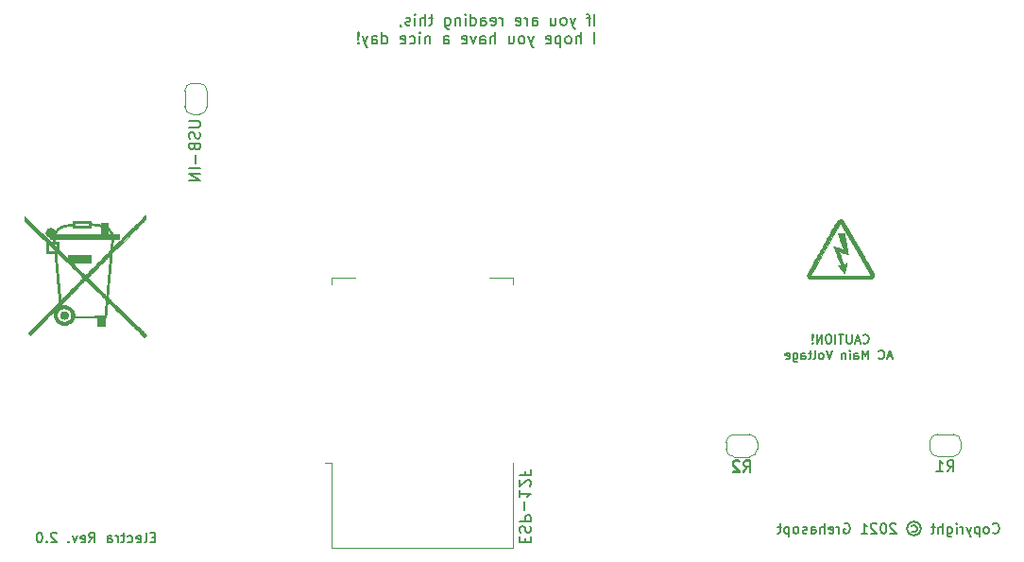
<source format=gbr>
G04 #@! TF.GenerationSoftware,KiCad,Pcbnew,5.1.9-73d0e3b20d~88~ubuntu18.04.1*
G04 #@! TF.CreationDate,2021-04-01T23:05:10+03:00*
G04 #@! TF.ProjectId,Electra,456c6563-7472-4612-9e6b-696361645f70,1*
G04 #@! TF.SameCoordinates,Original*
G04 #@! TF.FileFunction,Legend,Bot*
G04 #@! TF.FilePolarity,Positive*
%FSLAX46Y46*%
G04 Gerber Fmt 4.6, Leading zero omitted, Abs format (unit mm)*
G04 Created by KiCad (PCBNEW 5.1.9-73d0e3b20d~88~ubuntu18.04.1) date 2021-04-01 23:05:10*
%MOMM*%
%LPD*%
G01*
G04 APERTURE LIST*
%ADD10C,0.150000*%
%ADD11C,0.010000*%
%ADD12C,0.120000*%
G04 APERTURE END LIST*
D10*
X190514428Y-117493928D02*
X190557285Y-117536785D01*
X190685857Y-117579642D01*
X190771571Y-117579642D01*
X190900142Y-117536785D01*
X190985857Y-117451071D01*
X191028714Y-117365357D01*
X191071571Y-117193928D01*
X191071571Y-117065357D01*
X191028714Y-116893928D01*
X190985857Y-116808214D01*
X190900142Y-116722500D01*
X190771571Y-116679642D01*
X190685857Y-116679642D01*
X190557285Y-116722500D01*
X190514428Y-116765357D01*
X190000142Y-117579642D02*
X190085857Y-117536785D01*
X190128714Y-117493928D01*
X190171571Y-117408214D01*
X190171571Y-117151071D01*
X190128714Y-117065357D01*
X190085857Y-117022500D01*
X190000142Y-116979642D01*
X189871571Y-116979642D01*
X189785857Y-117022500D01*
X189743000Y-117065357D01*
X189700142Y-117151071D01*
X189700142Y-117408214D01*
X189743000Y-117493928D01*
X189785857Y-117536785D01*
X189871571Y-117579642D01*
X190000142Y-117579642D01*
X189314428Y-116979642D02*
X189314428Y-117879642D01*
X189314428Y-117022500D02*
X189228714Y-116979642D01*
X189057285Y-116979642D01*
X188971571Y-117022500D01*
X188928714Y-117065357D01*
X188885857Y-117151071D01*
X188885857Y-117408214D01*
X188928714Y-117493928D01*
X188971571Y-117536785D01*
X189057285Y-117579642D01*
X189228714Y-117579642D01*
X189314428Y-117536785D01*
X188585857Y-116979642D02*
X188371571Y-117579642D01*
X188157285Y-116979642D02*
X188371571Y-117579642D01*
X188457285Y-117793928D01*
X188500142Y-117836785D01*
X188585857Y-117879642D01*
X187814428Y-117579642D02*
X187814428Y-116979642D01*
X187814428Y-117151071D02*
X187771571Y-117065357D01*
X187728714Y-117022500D01*
X187643000Y-116979642D01*
X187557285Y-116979642D01*
X187257285Y-117579642D02*
X187257285Y-116979642D01*
X187257285Y-116679642D02*
X187300142Y-116722500D01*
X187257285Y-116765357D01*
X187214428Y-116722500D01*
X187257285Y-116679642D01*
X187257285Y-116765357D01*
X186443000Y-116979642D02*
X186443000Y-117708214D01*
X186485857Y-117793928D01*
X186528714Y-117836785D01*
X186614428Y-117879642D01*
X186743000Y-117879642D01*
X186828714Y-117836785D01*
X186443000Y-117536785D02*
X186528714Y-117579642D01*
X186700142Y-117579642D01*
X186785857Y-117536785D01*
X186828714Y-117493928D01*
X186871571Y-117408214D01*
X186871571Y-117151071D01*
X186828714Y-117065357D01*
X186785857Y-117022500D01*
X186700142Y-116979642D01*
X186528714Y-116979642D01*
X186443000Y-117022500D01*
X186014428Y-117579642D02*
X186014428Y-116679642D01*
X185628714Y-117579642D02*
X185628714Y-117108214D01*
X185671571Y-117022500D01*
X185757285Y-116979642D01*
X185885857Y-116979642D01*
X185971571Y-117022500D01*
X186014428Y-117065357D01*
X185328714Y-116979642D02*
X184985857Y-116979642D01*
X185200142Y-116679642D02*
X185200142Y-117451071D01*
X185157285Y-117536785D01*
X185071571Y-117579642D01*
X184985857Y-117579642D01*
X183271571Y-116893928D02*
X183357285Y-116851071D01*
X183528714Y-116851071D01*
X183614428Y-116893928D01*
X183700142Y-116979642D01*
X183743000Y-117065357D01*
X183743000Y-117236785D01*
X183700142Y-117322500D01*
X183614428Y-117408214D01*
X183528714Y-117451071D01*
X183357285Y-117451071D01*
X183271571Y-117408214D01*
X183443000Y-116551071D02*
X183657285Y-116593928D01*
X183871571Y-116722500D01*
X184000142Y-116936785D01*
X184043000Y-117151071D01*
X184000142Y-117365357D01*
X183871571Y-117579642D01*
X183657285Y-117708214D01*
X183443000Y-117751071D01*
X183228714Y-117708214D01*
X183014428Y-117579642D01*
X182885857Y-117365357D01*
X182843000Y-117151071D01*
X182885857Y-116936785D01*
X183014428Y-116722500D01*
X183228714Y-116593928D01*
X183443000Y-116551071D01*
X181814428Y-116765357D02*
X181771571Y-116722500D01*
X181685857Y-116679642D01*
X181471571Y-116679642D01*
X181385857Y-116722500D01*
X181343000Y-116765357D01*
X181300142Y-116851071D01*
X181300142Y-116936785D01*
X181343000Y-117065357D01*
X181857285Y-117579642D01*
X181300142Y-117579642D01*
X180743000Y-116679642D02*
X180657285Y-116679642D01*
X180571571Y-116722500D01*
X180528714Y-116765357D01*
X180485857Y-116851071D01*
X180443000Y-117022500D01*
X180443000Y-117236785D01*
X180485857Y-117408214D01*
X180528714Y-117493928D01*
X180571571Y-117536785D01*
X180657285Y-117579642D01*
X180743000Y-117579642D01*
X180828714Y-117536785D01*
X180871571Y-117493928D01*
X180914428Y-117408214D01*
X180957285Y-117236785D01*
X180957285Y-117022500D01*
X180914428Y-116851071D01*
X180871571Y-116765357D01*
X180828714Y-116722500D01*
X180743000Y-116679642D01*
X180100142Y-116765357D02*
X180057285Y-116722500D01*
X179971571Y-116679642D01*
X179757285Y-116679642D01*
X179671571Y-116722500D01*
X179628714Y-116765357D01*
X179585857Y-116851071D01*
X179585857Y-116936785D01*
X179628714Y-117065357D01*
X180143000Y-117579642D01*
X179585857Y-117579642D01*
X178728714Y-117579642D02*
X179243000Y-117579642D01*
X178985857Y-117579642D02*
X178985857Y-116679642D01*
X179071571Y-116808214D01*
X179157285Y-116893928D01*
X179243000Y-116936785D01*
X177185857Y-116722500D02*
X177271571Y-116679642D01*
X177400142Y-116679642D01*
X177528714Y-116722500D01*
X177614428Y-116808214D01*
X177657285Y-116893928D01*
X177700142Y-117065357D01*
X177700142Y-117193928D01*
X177657285Y-117365357D01*
X177614428Y-117451071D01*
X177528714Y-117536785D01*
X177400142Y-117579642D01*
X177314428Y-117579642D01*
X177185857Y-117536785D01*
X177143000Y-117493928D01*
X177143000Y-117193928D01*
X177314428Y-117193928D01*
X176757285Y-117579642D02*
X176757285Y-116979642D01*
X176757285Y-117151071D02*
X176714428Y-117065357D01*
X176671571Y-117022500D01*
X176585857Y-116979642D01*
X176500142Y-116979642D01*
X175857285Y-117536785D02*
X175943000Y-117579642D01*
X176114428Y-117579642D01*
X176200142Y-117536785D01*
X176243000Y-117451071D01*
X176243000Y-117108214D01*
X176200142Y-117022500D01*
X176114428Y-116979642D01*
X175943000Y-116979642D01*
X175857285Y-117022500D01*
X175814428Y-117108214D01*
X175814428Y-117193928D01*
X176243000Y-117279642D01*
X175428714Y-117579642D02*
X175428714Y-116679642D01*
X175043000Y-117579642D02*
X175043000Y-117108214D01*
X175085857Y-117022500D01*
X175171571Y-116979642D01*
X175300142Y-116979642D01*
X175385857Y-117022500D01*
X175428714Y-117065357D01*
X174228714Y-117579642D02*
X174228714Y-117108214D01*
X174271571Y-117022500D01*
X174357285Y-116979642D01*
X174528714Y-116979642D01*
X174614428Y-117022500D01*
X174228714Y-117536785D02*
X174314428Y-117579642D01*
X174528714Y-117579642D01*
X174614428Y-117536785D01*
X174657285Y-117451071D01*
X174657285Y-117365357D01*
X174614428Y-117279642D01*
X174528714Y-117236785D01*
X174314428Y-117236785D01*
X174228714Y-117193928D01*
X173843000Y-117536785D02*
X173757285Y-117579642D01*
X173585857Y-117579642D01*
X173500142Y-117536785D01*
X173457285Y-117451071D01*
X173457285Y-117408214D01*
X173500142Y-117322500D01*
X173585857Y-117279642D01*
X173714428Y-117279642D01*
X173800142Y-117236785D01*
X173843000Y-117151071D01*
X173843000Y-117108214D01*
X173800142Y-117022500D01*
X173714428Y-116979642D01*
X173585857Y-116979642D01*
X173500142Y-117022500D01*
X172943000Y-117579642D02*
X173028714Y-117536785D01*
X173071571Y-117493928D01*
X173114428Y-117408214D01*
X173114428Y-117151071D01*
X173071571Y-117065357D01*
X173028714Y-117022500D01*
X172943000Y-116979642D01*
X172814428Y-116979642D01*
X172728714Y-117022500D01*
X172685857Y-117065357D01*
X172643000Y-117151071D01*
X172643000Y-117408214D01*
X172685857Y-117493928D01*
X172728714Y-117536785D01*
X172814428Y-117579642D01*
X172943000Y-117579642D01*
X172257285Y-116979642D02*
X172257285Y-117879642D01*
X172257285Y-117022500D02*
X172171571Y-116979642D01*
X172000142Y-116979642D01*
X171914428Y-117022500D01*
X171871571Y-117065357D01*
X171828714Y-117151071D01*
X171828714Y-117408214D01*
X171871571Y-117493928D01*
X171914428Y-117536785D01*
X172000142Y-117579642D01*
X172171571Y-117579642D01*
X172257285Y-117536785D01*
X171571571Y-116979642D02*
X171228714Y-116979642D01*
X171443000Y-116679642D02*
X171443000Y-117451071D01*
X171400142Y-117536785D01*
X171314428Y-117579642D01*
X171228714Y-117579642D01*
X154822404Y-72032380D02*
X154822404Y-71032380D01*
X154489071Y-71365714D02*
X154108119Y-71365714D01*
X154346214Y-72032380D02*
X154346214Y-71175238D01*
X154298595Y-71080000D01*
X154203357Y-71032380D01*
X154108119Y-71032380D01*
X153108119Y-71365714D02*
X152870023Y-72032380D01*
X152631928Y-71365714D02*
X152870023Y-72032380D01*
X152965261Y-72270476D01*
X153012880Y-72318095D01*
X153108119Y-72365714D01*
X152108119Y-72032380D02*
X152203357Y-71984761D01*
X152250976Y-71937142D01*
X152298595Y-71841904D01*
X152298595Y-71556190D01*
X152250976Y-71460952D01*
X152203357Y-71413333D01*
X152108119Y-71365714D01*
X151965261Y-71365714D01*
X151870023Y-71413333D01*
X151822404Y-71460952D01*
X151774785Y-71556190D01*
X151774785Y-71841904D01*
X151822404Y-71937142D01*
X151870023Y-71984761D01*
X151965261Y-72032380D01*
X152108119Y-72032380D01*
X150917642Y-71365714D02*
X150917642Y-72032380D01*
X151346214Y-71365714D02*
X151346214Y-71889523D01*
X151298595Y-71984761D01*
X151203357Y-72032380D01*
X151060500Y-72032380D01*
X150965261Y-71984761D01*
X150917642Y-71937142D01*
X149250976Y-72032380D02*
X149250976Y-71508571D01*
X149298595Y-71413333D01*
X149393833Y-71365714D01*
X149584309Y-71365714D01*
X149679547Y-71413333D01*
X149250976Y-71984761D02*
X149346214Y-72032380D01*
X149584309Y-72032380D01*
X149679547Y-71984761D01*
X149727166Y-71889523D01*
X149727166Y-71794285D01*
X149679547Y-71699047D01*
X149584309Y-71651428D01*
X149346214Y-71651428D01*
X149250976Y-71603809D01*
X148774785Y-72032380D02*
X148774785Y-71365714D01*
X148774785Y-71556190D02*
X148727166Y-71460952D01*
X148679547Y-71413333D01*
X148584309Y-71365714D01*
X148489071Y-71365714D01*
X147774785Y-71984761D02*
X147870023Y-72032380D01*
X148060500Y-72032380D01*
X148155738Y-71984761D01*
X148203357Y-71889523D01*
X148203357Y-71508571D01*
X148155738Y-71413333D01*
X148060500Y-71365714D01*
X147870023Y-71365714D01*
X147774785Y-71413333D01*
X147727166Y-71508571D01*
X147727166Y-71603809D01*
X148203357Y-71699047D01*
X146536690Y-72032380D02*
X146536690Y-71365714D01*
X146536690Y-71556190D02*
X146489071Y-71460952D01*
X146441452Y-71413333D01*
X146346214Y-71365714D01*
X146250976Y-71365714D01*
X145536690Y-71984761D02*
X145631928Y-72032380D01*
X145822404Y-72032380D01*
X145917642Y-71984761D01*
X145965261Y-71889523D01*
X145965261Y-71508571D01*
X145917642Y-71413333D01*
X145822404Y-71365714D01*
X145631928Y-71365714D01*
X145536690Y-71413333D01*
X145489071Y-71508571D01*
X145489071Y-71603809D01*
X145965261Y-71699047D01*
X144631928Y-72032380D02*
X144631928Y-71508571D01*
X144679547Y-71413333D01*
X144774785Y-71365714D01*
X144965261Y-71365714D01*
X145060500Y-71413333D01*
X144631928Y-71984761D02*
X144727166Y-72032380D01*
X144965261Y-72032380D01*
X145060500Y-71984761D01*
X145108119Y-71889523D01*
X145108119Y-71794285D01*
X145060500Y-71699047D01*
X144965261Y-71651428D01*
X144727166Y-71651428D01*
X144631928Y-71603809D01*
X143727166Y-72032380D02*
X143727166Y-71032380D01*
X143727166Y-71984761D02*
X143822404Y-72032380D01*
X144012880Y-72032380D01*
X144108119Y-71984761D01*
X144155738Y-71937142D01*
X144203357Y-71841904D01*
X144203357Y-71556190D01*
X144155738Y-71460952D01*
X144108119Y-71413333D01*
X144012880Y-71365714D01*
X143822404Y-71365714D01*
X143727166Y-71413333D01*
X143250976Y-72032380D02*
X143250976Y-71365714D01*
X143250976Y-71032380D02*
X143298595Y-71080000D01*
X143250976Y-71127619D01*
X143203357Y-71080000D01*
X143250976Y-71032380D01*
X143250976Y-71127619D01*
X142774785Y-71365714D02*
X142774785Y-72032380D01*
X142774785Y-71460952D02*
X142727166Y-71413333D01*
X142631928Y-71365714D01*
X142489071Y-71365714D01*
X142393833Y-71413333D01*
X142346214Y-71508571D01*
X142346214Y-72032380D01*
X141441452Y-71365714D02*
X141441452Y-72175238D01*
X141489071Y-72270476D01*
X141536690Y-72318095D01*
X141631928Y-72365714D01*
X141774785Y-72365714D01*
X141870023Y-72318095D01*
X141441452Y-71984761D02*
X141536690Y-72032380D01*
X141727166Y-72032380D01*
X141822404Y-71984761D01*
X141870023Y-71937142D01*
X141917642Y-71841904D01*
X141917642Y-71556190D01*
X141870023Y-71460952D01*
X141822404Y-71413333D01*
X141727166Y-71365714D01*
X141536690Y-71365714D01*
X141441452Y-71413333D01*
X140346214Y-71365714D02*
X139965261Y-71365714D01*
X140203357Y-71032380D02*
X140203357Y-71889523D01*
X140155738Y-71984761D01*
X140060500Y-72032380D01*
X139965261Y-72032380D01*
X139631928Y-72032380D02*
X139631928Y-71032380D01*
X139203357Y-72032380D02*
X139203357Y-71508571D01*
X139250976Y-71413333D01*
X139346214Y-71365714D01*
X139489071Y-71365714D01*
X139584309Y-71413333D01*
X139631928Y-71460952D01*
X138727166Y-72032380D02*
X138727166Y-71365714D01*
X138727166Y-71032380D02*
X138774785Y-71080000D01*
X138727166Y-71127619D01*
X138679547Y-71080000D01*
X138727166Y-71032380D01*
X138727166Y-71127619D01*
X138298595Y-71984761D02*
X138203357Y-72032380D01*
X138012880Y-72032380D01*
X137917642Y-71984761D01*
X137870023Y-71889523D01*
X137870023Y-71841904D01*
X137917642Y-71746666D01*
X138012880Y-71699047D01*
X138155738Y-71699047D01*
X138250976Y-71651428D01*
X138298595Y-71556190D01*
X138298595Y-71508571D01*
X138250976Y-71413333D01*
X138155738Y-71365714D01*
X138012880Y-71365714D01*
X137917642Y-71413333D01*
X137393833Y-71984761D02*
X137393833Y-72032380D01*
X137441452Y-72127619D01*
X137489071Y-72175238D01*
X154822404Y-73682380D02*
X154822404Y-72682380D01*
X153584309Y-73682380D02*
X153584309Y-72682380D01*
X153155738Y-73682380D02*
X153155738Y-73158571D01*
X153203357Y-73063333D01*
X153298595Y-73015714D01*
X153441452Y-73015714D01*
X153536690Y-73063333D01*
X153584309Y-73110952D01*
X152536690Y-73682380D02*
X152631928Y-73634761D01*
X152679547Y-73587142D01*
X152727166Y-73491904D01*
X152727166Y-73206190D01*
X152679547Y-73110952D01*
X152631928Y-73063333D01*
X152536690Y-73015714D01*
X152393833Y-73015714D01*
X152298595Y-73063333D01*
X152250976Y-73110952D01*
X152203357Y-73206190D01*
X152203357Y-73491904D01*
X152250976Y-73587142D01*
X152298595Y-73634761D01*
X152393833Y-73682380D01*
X152536690Y-73682380D01*
X151774785Y-73015714D02*
X151774785Y-74015714D01*
X151774785Y-73063333D02*
X151679547Y-73015714D01*
X151489071Y-73015714D01*
X151393833Y-73063333D01*
X151346214Y-73110952D01*
X151298595Y-73206190D01*
X151298595Y-73491904D01*
X151346214Y-73587142D01*
X151393833Y-73634761D01*
X151489071Y-73682380D01*
X151679547Y-73682380D01*
X151774785Y-73634761D01*
X150489071Y-73634761D02*
X150584309Y-73682380D01*
X150774785Y-73682380D01*
X150870023Y-73634761D01*
X150917642Y-73539523D01*
X150917642Y-73158571D01*
X150870023Y-73063333D01*
X150774785Y-73015714D01*
X150584309Y-73015714D01*
X150489071Y-73063333D01*
X150441452Y-73158571D01*
X150441452Y-73253809D01*
X150917642Y-73349047D01*
X149346214Y-73015714D02*
X149108119Y-73682380D01*
X148870023Y-73015714D02*
X149108119Y-73682380D01*
X149203357Y-73920476D01*
X149250976Y-73968095D01*
X149346214Y-74015714D01*
X148346214Y-73682380D02*
X148441452Y-73634761D01*
X148489071Y-73587142D01*
X148536690Y-73491904D01*
X148536690Y-73206190D01*
X148489071Y-73110952D01*
X148441452Y-73063333D01*
X148346214Y-73015714D01*
X148203357Y-73015714D01*
X148108119Y-73063333D01*
X148060500Y-73110952D01*
X148012880Y-73206190D01*
X148012880Y-73491904D01*
X148060500Y-73587142D01*
X148108119Y-73634761D01*
X148203357Y-73682380D01*
X148346214Y-73682380D01*
X147155738Y-73015714D02*
X147155738Y-73682380D01*
X147584309Y-73015714D02*
X147584309Y-73539523D01*
X147536690Y-73634761D01*
X147441452Y-73682380D01*
X147298595Y-73682380D01*
X147203357Y-73634761D01*
X147155738Y-73587142D01*
X145917642Y-73682380D02*
X145917642Y-72682380D01*
X145489071Y-73682380D02*
X145489071Y-73158571D01*
X145536690Y-73063333D01*
X145631928Y-73015714D01*
X145774785Y-73015714D01*
X145870023Y-73063333D01*
X145917642Y-73110952D01*
X144584309Y-73682380D02*
X144584309Y-73158571D01*
X144631928Y-73063333D01*
X144727166Y-73015714D01*
X144917642Y-73015714D01*
X145012880Y-73063333D01*
X144584309Y-73634761D02*
X144679547Y-73682380D01*
X144917642Y-73682380D01*
X145012880Y-73634761D01*
X145060500Y-73539523D01*
X145060500Y-73444285D01*
X145012880Y-73349047D01*
X144917642Y-73301428D01*
X144679547Y-73301428D01*
X144584309Y-73253809D01*
X144203357Y-73015714D02*
X143965261Y-73682380D01*
X143727166Y-73015714D01*
X142965261Y-73634761D02*
X143060500Y-73682380D01*
X143250976Y-73682380D01*
X143346214Y-73634761D01*
X143393833Y-73539523D01*
X143393833Y-73158571D01*
X143346214Y-73063333D01*
X143250976Y-73015714D01*
X143060500Y-73015714D01*
X142965261Y-73063333D01*
X142917642Y-73158571D01*
X142917642Y-73253809D01*
X143393833Y-73349047D01*
X141298595Y-73682380D02*
X141298595Y-73158571D01*
X141346214Y-73063333D01*
X141441452Y-73015714D01*
X141631928Y-73015714D01*
X141727166Y-73063333D01*
X141298595Y-73634761D02*
X141393833Y-73682380D01*
X141631928Y-73682380D01*
X141727166Y-73634761D01*
X141774785Y-73539523D01*
X141774785Y-73444285D01*
X141727166Y-73349047D01*
X141631928Y-73301428D01*
X141393833Y-73301428D01*
X141298595Y-73253809D01*
X140060500Y-73015714D02*
X140060500Y-73682380D01*
X140060500Y-73110952D02*
X140012880Y-73063333D01*
X139917642Y-73015714D01*
X139774785Y-73015714D01*
X139679547Y-73063333D01*
X139631928Y-73158571D01*
X139631928Y-73682380D01*
X139155738Y-73682380D02*
X139155738Y-73015714D01*
X139155738Y-72682380D02*
X139203357Y-72730000D01*
X139155738Y-72777619D01*
X139108119Y-72730000D01*
X139155738Y-72682380D01*
X139155738Y-72777619D01*
X138250976Y-73634761D02*
X138346214Y-73682380D01*
X138536690Y-73682380D01*
X138631928Y-73634761D01*
X138679547Y-73587142D01*
X138727166Y-73491904D01*
X138727166Y-73206190D01*
X138679547Y-73110952D01*
X138631928Y-73063333D01*
X138536690Y-73015714D01*
X138346214Y-73015714D01*
X138250976Y-73063333D01*
X137441452Y-73634761D02*
X137536690Y-73682380D01*
X137727166Y-73682380D01*
X137822404Y-73634761D01*
X137870023Y-73539523D01*
X137870023Y-73158571D01*
X137822404Y-73063333D01*
X137727166Y-73015714D01*
X137536690Y-73015714D01*
X137441452Y-73063333D01*
X137393833Y-73158571D01*
X137393833Y-73253809D01*
X137870023Y-73349047D01*
X135774785Y-73682380D02*
X135774785Y-72682380D01*
X135774785Y-73634761D02*
X135870023Y-73682380D01*
X136060500Y-73682380D01*
X136155738Y-73634761D01*
X136203357Y-73587142D01*
X136250976Y-73491904D01*
X136250976Y-73206190D01*
X136203357Y-73110952D01*
X136155738Y-73063333D01*
X136060500Y-73015714D01*
X135870023Y-73015714D01*
X135774785Y-73063333D01*
X134870023Y-73682380D02*
X134870023Y-73158571D01*
X134917642Y-73063333D01*
X135012880Y-73015714D01*
X135203357Y-73015714D01*
X135298595Y-73063333D01*
X134870023Y-73634761D02*
X134965261Y-73682380D01*
X135203357Y-73682380D01*
X135298595Y-73634761D01*
X135346214Y-73539523D01*
X135346214Y-73444285D01*
X135298595Y-73349047D01*
X135203357Y-73301428D01*
X134965261Y-73301428D01*
X134870023Y-73253809D01*
X134489071Y-73015714D02*
X134250976Y-73682380D01*
X134012880Y-73015714D02*
X134250976Y-73682380D01*
X134346214Y-73920476D01*
X134393833Y-73968095D01*
X134489071Y-74015714D01*
X133631928Y-73587142D02*
X133584309Y-73634761D01*
X133631928Y-73682380D01*
X133679547Y-73634761D01*
X133631928Y-73587142D01*
X133631928Y-73682380D01*
X133631928Y-73301428D02*
X133679547Y-72730000D01*
X133631928Y-72682380D01*
X133584309Y-72730000D01*
X133631928Y-73301428D01*
X133631928Y-72682380D01*
X186426966Y-112036880D02*
X186760300Y-111560690D01*
X186998395Y-112036880D02*
X186998395Y-111036880D01*
X186617442Y-111036880D01*
X186522204Y-111084500D01*
X186474585Y-111132119D01*
X186426966Y-111227357D01*
X186426966Y-111370214D01*
X186474585Y-111465452D01*
X186522204Y-111513071D01*
X186617442Y-111560690D01*
X186998395Y-111560690D01*
X185474585Y-112036880D02*
X186046014Y-112036880D01*
X185760300Y-112036880D02*
X185760300Y-111036880D01*
X185855538Y-111179738D01*
X185950776Y-111274976D01*
X186046014Y-111322595D01*
X168189766Y-112049580D02*
X168523100Y-111573390D01*
X168761195Y-112049580D02*
X168761195Y-111049580D01*
X168380242Y-111049580D01*
X168285004Y-111097200D01*
X168237385Y-111144819D01*
X168189766Y-111240057D01*
X168189766Y-111382914D01*
X168237385Y-111478152D01*
X168285004Y-111525771D01*
X168380242Y-111573390D01*
X168761195Y-111573390D01*
X167808814Y-111144819D02*
X167761195Y-111097200D01*
X167665957Y-111049580D01*
X167427861Y-111049580D01*
X167332623Y-111097200D01*
X167285004Y-111144819D01*
X167237385Y-111240057D01*
X167237385Y-111335295D01*
X167285004Y-111478152D01*
X167856433Y-112049580D01*
X167237385Y-112049580D01*
X115429357Y-117933714D02*
X115129357Y-117933714D01*
X115000785Y-118405142D02*
X115429357Y-118405142D01*
X115429357Y-117505142D01*
X115000785Y-117505142D01*
X114486500Y-118405142D02*
X114572214Y-118362285D01*
X114615071Y-118276571D01*
X114615071Y-117505142D01*
X113800785Y-118362285D02*
X113886500Y-118405142D01*
X114057928Y-118405142D01*
X114143642Y-118362285D01*
X114186500Y-118276571D01*
X114186500Y-117933714D01*
X114143642Y-117848000D01*
X114057928Y-117805142D01*
X113886500Y-117805142D01*
X113800785Y-117848000D01*
X113757928Y-117933714D01*
X113757928Y-118019428D01*
X114186500Y-118105142D01*
X112986500Y-118362285D02*
X113072214Y-118405142D01*
X113243642Y-118405142D01*
X113329357Y-118362285D01*
X113372214Y-118319428D01*
X113415071Y-118233714D01*
X113415071Y-117976571D01*
X113372214Y-117890857D01*
X113329357Y-117848000D01*
X113243642Y-117805142D01*
X113072214Y-117805142D01*
X112986500Y-117848000D01*
X112729357Y-117805142D02*
X112386500Y-117805142D01*
X112600785Y-117505142D02*
X112600785Y-118276571D01*
X112557928Y-118362285D01*
X112472214Y-118405142D01*
X112386500Y-118405142D01*
X112086500Y-118405142D02*
X112086500Y-117805142D01*
X112086500Y-117976571D02*
X112043642Y-117890857D01*
X112000785Y-117848000D01*
X111915071Y-117805142D01*
X111829357Y-117805142D01*
X111143642Y-118405142D02*
X111143642Y-117933714D01*
X111186500Y-117848000D01*
X111272214Y-117805142D01*
X111443642Y-117805142D01*
X111529357Y-117848000D01*
X111143642Y-118362285D02*
X111229357Y-118405142D01*
X111443642Y-118405142D01*
X111529357Y-118362285D01*
X111572214Y-118276571D01*
X111572214Y-118190857D01*
X111529357Y-118105142D01*
X111443642Y-118062285D01*
X111229357Y-118062285D01*
X111143642Y-118019428D01*
X109515071Y-118405142D02*
X109815071Y-117976571D01*
X110029357Y-118405142D02*
X110029357Y-117505142D01*
X109686500Y-117505142D01*
X109600785Y-117548000D01*
X109557928Y-117590857D01*
X109515071Y-117676571D01*
X109515071Y-117805142D01*
X109557928Y-117890857D01*
X109600785Y-117933714D01*
X109686500Y-117976571D01*
X110029357Y-117976571D01*
X108786500Y-118362285D02*
X108872214Y-118405142D01*
X109043642Y-118405142D01*
X109129357Y-118362285D01*
X109172214Y-118276571D01*
X109172214Y-117933714D01*
X109129357Y-117848000D01*
X109043642Y-117805142D01*
X108872214Y-117805142D01*
X108786500Y-117848000D01*
X108743642Y-117933714D01*
X108743642Y-118019428D01*
X109172214Y-118105142D01*
X108443642Y-117805142D02*
X108229357Y-118405142D01*
X108015071Y-117805142D01*
X107672214Y-118319428D02*
X107629357Y-118362285D01*
X107672214Y-118405142D01*
X107715071Y-118362285D01*
X107672214Y-118319428D01*
X107672214Y-118405142D01*
X106600785Y-117590857D02*
X106557928Y-117548000D01*
X106472214Y-117505142D01*
X106257928Y-117505142D01*
X106172214Y-117548000D01*
X106129357Y-117590857D01*
X106086500Y-117676571D01*
X106086500Y-117762285D01*
X106129357Y-117890857D01*
X106643642Y-118405142D01*
X106086500Y-118405142D01*
X105700785Y-118319428D02*
X105657928Y-118362285D01*
X105700785Y-118405142D01*
X105743642Y-118362285D01*
X105700785Y-118319428D01*
X105700785Y-118405142D01*
X105100785Y-117505142D02*
X105015071Y-117505142D01*
X104929357Y-117548000D01*
X104886500Y-117590857D01*
X104843642Y-117676571D01*
X104800785Y-117848000D01*
X104800785Y-118062285D01*
X104843642Y-118233714D01*
X104886500Y-118319428D01*
X104929357Y-118362285D01*
X105015071Y-118405142D01*
X105100785Y-118405142D01*
X105186500Y-118362285D01*
X105229357Y-118319428D01*
X105272214Y-118233714D01*
X105315071Y-118062285D01*
X105315071Y-117848000D01*
X105272214Y-117676571D01*
X105229357Y-117590857D01*
X105186500Y-117548000D01*
X105100785Y-117505142D01*
X178887695Y-100478314D02*
X178925790Y-100516409D01*
X179040076Y-100554504D01*
X179116266Y-100554504D01*
X179230552Y-100516409D01*
X179306742Y-100440219D01*
X179344838Y-100364028D01*
X179382933Y-100211647D01*
X179382933Y-100097361D01*
X179344838Y-99944980D01*
X179306742Y-99868790D01*
X179230552Y-99792600D01*
X179116266Y-99754504D01*
X179040076Y-99754504D01*
X178925790Y-99792600D01*
X178887695Y-99830695D01*
X178582933Y-100325933D02*
X178201980Y-100325933D01*
X178659123Y-100554504D02*
X178392457Y-99754504D01*
X178125790Y-100554504D01*
X177859123Y-99754504D02*
X177859123Y-100402123D01*
X177821028Y-100478314D01*
X177782933Y-100516409D01*
X177706742Y-100554504D01*
X177554361Y-100554504D01*
X177478171Y-100516409D01*
X177440076Y-100478314D01*
X177401980Y-100402123D01*
X177401980Y-99754504D01*
X177135314Y-99754504D02*
X176678171Y-99754504D01*
X176906742Y-100554504D02*
X176906742Y-99754504D01*
X176411504Y-100554504D02*
X176411504Y-99754504D01*
X175878171Y-99754504D02*
X175725790Y-99754504D01*
X175649600Y-99792600D01*
X175573409Y-99868790D01*
X175535314Y-100021171D01*
X175535314Y-100287838D01*
X175573409Y-100440219D01*
X175649600Y-100516409D01*
X175725790Y-100554504D01*
X175878171Y-100554504D01*
X175954361Y-100516409D01*
X176030552Y-100440219D01*
X176068647Y-100287838D01*
X176068647Y-100021171D01*
X176030552Y-99868790D01*
X175954361Y-99792600D01*
X175878171Y-99754504D01*
X175192457Y-100554504D02*
X175192457Y-99754504D01*
X174735314Y-100554504D01*
X174735314Y-99754504D01*
X174354361Y-100478314D02*
X174316266Y-100516409D01*
X174354361Y-100554504D01*
X174392457Y-100516409D01*
X174354361Y-100478314D01*
X174354361Y-100554504D01*
X174354361Y-100249742D02*
X174392457Y-99792600D01*
X174354361Y-99754504D01*
X174316266Y-99792600D01*
X174354361Y-100249742D01*
X174354361Y-99754504D01*
X181478152Y-101735633D02*
X181097200Y-101735633D01*
X181554342Y-101964204D02*
X181287676Y-101164204D01*
X181021009Y-101964204D01*
X180297200Y-101888014D02*
X180335295Y-101926109D01*
X180449580Y-101964204D01*
X180525771Y-101964204D01*
X180640057Y-101926109D01*
X180716247Y-101849919D01*
X180754342Y-101773728D01*
X180792438Y-101621347D01*
X180792438Y-101507061D01*
X180754342Y-101354680D01*
X180716247Y-101278490D01*
X180640057Y-101202300D01*
X180525771Y-101164204D01*
X180449580Y-101164204D01*
X180335295Y-101202300D01*
X180297200Y-101240395D01*
X179344819Y-101964204D02*
X179344819Y-101164204D01*
X179078152Y-101735633D01*
X178811485Y-101164204D01*
X178811485Y-101964204D01*
X178087676Y-101964204D02*
X178087676Y-101545157D01*
X178125771Y-101468966D01*
X178201961Y-101430871D01*
X178354342Y-101430871D01*
X178430533Y-101468966D01*
X178087676Y-101926109D02*
X178163866Y-101964204D01*
X178354342Y-101964204D01*
X178430533Y-101926109D01*
X178468628Y-101849919D01*
X178468628Y-101773728D01*
X178430533Y-101697538D01*
X178354342Y-101659442D01*
X178163866Y-101659442D01*
X178087676Y-101621347D01*
X177706723Y-101964204D02*
X177706723Y-101430871D01*
X177706723Y-101164204D02*
X177744819Y-101202300D01*
X177706723Y-101240395D01*
X177668628Y-101202300D01*
X177706723Y-101164204D01*
X177706723Y-101240395D01*
X177325771Y-101430871D02*
X177325771Y-101964204D01*
X177325771Y-101507061D02*
X177287676Y-101468966D01*
X177211485Y-101430871D01*
X177097200Y-101430871D01*
X177021009Y-101468966D01*
X176982914Y-101545157D01*
X176982914Y-101964204D01*
X176106723Y-101164204D02*
X175840057Y-101964204D01*
X175573390Y-101164204D01*
X175192438Y-101964204D02*
X175268628Y-101926109D01*
X175306723Y-101888014D01*
X175344819Y-101811823D01*
X175344819Y-101583252D01*
X175306723Y-101507061D01*
X175268628Y-101468966D01*
X175192438Y-101430871D01*
X175078152Y-101430871D01*
X175001961Y-101468966D01*
X174963866Y-101507061D01*
X174925771Y-101583252D01*
X174925771Y-101811823D01*
X174963866Y-101888014D01*
X175001961Y-101926109D01*
X175078152Y-101964204D01*
X175192438Y-101964204D01*
X174468628Y-101964204D02*
X174544819Y-101926109D01*
X174582914Y-101849919D01*
X174582914Y-101164204D01*
X174278152Y-101430871D02*
X173973390Y-101430871D01*
X174163866Y-101164204D02*
X174163866Y-101849919D01*
X174125771Y-101926109D01*
X174049580Y-101964204D01*
X173973390Y-101964204D01*
X173363866Y-101964204D02*
X173363866Y-101545157D01*
X173401961Y-101468966D01*
X173478152Y-101430871D01*
X173630533Y-101430871D01*
X173706723Y-101468966D01*
X173363866Y-101926109D02*
X173440057Y-101964204D01*
X173630533Y-101964204D01*
X173706723Y-101926109D01*
X173744819Y-101849919D01*
X173744819Y-101773728D01*
X173706723Y-101697538D01*
X173630533Y-101659442D01*
X173440057Y-101659442D01*
X173363866Y-101621347D01*
X172640057Y-101430871D02*
X172640057Y-102078490D01*
X172678152Y-102154680D01*
X172716247Y-102192776D01*
X172792438Y-102230871D01*
X172906723Y-102230871D01*
X172982914Y-102192776D01*
X172640057Y-101926109D02*
X172716247Y-101964204D01*
X172868628Y-101964204D01*
X172944819Y-101926109D01*
X172982914Y-101888014D01*
X173021009Y-101811823D01*
X173021009Y-101583252D01*
X172982914Y-101507061D01*
X172944819Y-101468966D01*
X172868628Y-101430871D01*
X172716247Y-101430871D01*
X172640057Y-101468966D01*
X171954342Y-101926109D02*
X172030533Y-101964204D01*
X172182914Y-101964204D01*
X172259104Y-101926109D01*
X172297200Y-101849919D01*
X172297200Y-101545157D01*
X172259104Y-101468966D01*
X172182914Y-101430871D01*
X172030533Y-101430871D01*
X171954342Y-101468966D01*
X171916247Y-101545157D01*
X171916247Y-101621347D01*
X172297200Y-101697538D01*
D11*
G36*
X114425625Y-89184191D02*
G01*
X114405590Y-89204293D01*
X114373775Y-89236228D01*
X114330833Y-89279343D01*
X114277413Y-89332984D01*
X114214169Y-89396495D01*
X114141752Y-89469223D01*
X114060812Y-89550513D01*
X113972001Y-89639711D01*
X113875971Y-89736163D01*
X113773373Y-89839214D01*
X113664859Y-89948210D01*
X113551080Y-90062497D01*
X113432687Y-90181420D01*
X113310333Y-90304325D01*
X113184668Y-90430558D01*
X113056344Y-90559465D01*
X112949752Y-90666542D01*
X112821853Y-90795007D01*
X112697234Y-90920145D01*
X112576467Y-91041381D01*
X112460122Y-91158145D01*
X112348771Y-91269864D01*
X112242985Y-91375967D01*
X112143335Y-91475880D01*
X112050391Y-91569032D01*
X111964726Y-91654850D01*
X111886911Y-91732763D01*
X111817515Y-91802199D01*
X111757111Y-91862584D01*
X111706270Y-91913348D01*
X111665563Y-91953918D01*
X111635560Y-91983721D01*
X111616833Y-92002186D01*
X111609954Y-92008740D01*
X111609944Y-92008745D01*
X111609966Y-92000842D01*
X111611367Y-91977909D01*
X111613978Y-91941923D01*
X111617627Y-91894862D01*
X111622144Y-91838702D01*
X111627359Y-91775423D01*
X111633101Y-91707000D01*
X111639200Y-91635413D01*
X111645485Y-91562638D01*
X111651786Y-91490653D01*
X111657932Y-91421435D01*
X111663753Y-91356963D01*
X111669078Y-91299213D01*
X111673737Y-91250164D01*
X111677560Y-91211792D01*
X111680186Y-91187798D01*
X111517956Y-91187798D01*
X111517184Y-91198547D01*
X111514962Y-91224757D01*
X111511429Y-91264881D01*
X111506726Y-91317374D01*
X111500992Y-91380692D01*
X111494366Y-91453289D01*
X111486990Y-91533621D01*
X111479002Y-91620142D01*
X111471879Y-91696940D01*
X111425801Y-92192655D01*
X111401222Y-92219999D01*
X111390382Y-92231386D01*
X111368145Y-92254162D01*
X111335270Y-92287566D01*
X111292518Y-92330836D01*
X111240646Y-92383213D01*
X111180415Y-92443935D01*
X111112584Y-92512242D01*
X111037912Y-92587371D01*
X110957158Y-92668562D01*
X110871082Y-92755054D01*
X110780443Y-92846086D01*
X110686000Y-92940897D01*
X110588512Y-93038726D01*
X110488740Y-93138812D01*
X110387442Y-93240394D01*
X110285377Y-93342711D01*
X110183305Y-93445001D01*
X110081986Y-93546505D01*
X109982178Y-93646460D01*
X109884640Y-93744106D01*
X109790133Y-93838682D01*
X109699416Y-93929427D01*
X109613247Y-94015579D01*
X109532386Y-94096378D01*
X109457592Y-94171063D01*
X109389625Y-94238873D01*
X109329244Y-94299046D01*
X109277208Y-94350822D01*
X109234277Y-94393440D01*
X109201210Y-94426138D01*
X109178767Y-94448156D01*
X109167705Y-94458733D01*
X109166645Y-94459594D01*
X109159646Y-94453468D01*
X109140974Y-94435924D01*
X109111570Y-94407873D01*
X109072375Y-94370225D01*
X109024331Y-94323887D01*
X108968377Y-94269770D01*
X108905456Y-94208784D01*
X108836507Y-94141838D01*
X108762472Y-94069842D01*
X108684292Y-93993704D01*
X108639085Y-93949631D01*
X108556963Y-93869558D01*
X108477002Y-93791635D01*
X108400314Y-93716942D01*
X108328012Y-93646563D01*
X108261209Y-93581577D01*
X108201017Y-93523069D01*
X108148550Y-93472119D01*
X108104920Y-93429809D01*
X108071239Y-93397222D01*
X108048622Y-93375439D01*
X108042913Y-93369986D01*
X107968864Y-93299573D01*
X109648968Y-93299573D01*
X109648968Y-92625312D01*
X107661815Y-92625312D01*
X107659358Y-92809344D01*
X107656901Y-92993377D01*
X107212446Y-92560686D01*
X106980752Y-92335124D01*
X106580733Y-92335124D01*
X105819822Y-92335124D01*
X105819822Y-91597036D01*
X105868557Y-91643886D01*
X105885838Y-91660593D01*
X105914018Y-91687952D01*
X105951379Y-91724291D01*
X105996204Y-91767938D01*
X106046776Y-91817221D01*
X106101378Y-91870467D01*
X106158293Y-91926004D01*
X106166465Y-91933981D01*
X106225354Y-91991427D01*
X106283723Y-92048285D01*
X106339567Y-92102608D01*
X106390881Y-92152449D01*
X106435660Y-92195862D01*
X106471899Y-92230897D01*
X106497594Y-92255609D01*
X106498186Y-92256175D01*
X106580733Y-92335124D01*
X106980752Y-92335124D01*
X106767992Y-92127995D01*
X106767992Y-91952106D01*
X106607837Y-91952106D01*
X106607778Y-91966654D01*
X106607699Y-91968121D01*
X106601410Y-91962330D01*
X106584331Y-91946199D01*
X106558423Y-91921590D01*
X106525647Y-91890365D01*
X106487962Y-91854389D01*
X106484171Y-91850766D01*
X106439473Y-91807942D01*
X106393244Y-91763474D01*
X106349302Y-91721049D01*
X106311466Y-91684349D01*
X106289417Y-91662822D01*
X106217446Y-91592234D01*
X106411038Y-91594543D01*
X106604630Y-91596851D01*
X106606537Y-91782486D01*
X106607061Y-91836706D01*
X106607463Y-91884682D01*
X106607726Y-91923966D01*
X106607837Y-91952106D01*
X106767992Y-91952106D01*
X106767992Y-91447489D01*
X106478863Y-91447489D01*
X106472673Y-91368541D01*
X106469103Y-91324568D01*
X106465186Y-91278723D01*
X106461647Y-91239449D01*
X106460938Y-91231982D01*
X106455395Y-91174371D01*
X108986675Y-91174371D01*
X109242173Y-91174377D01*
X109480057Y-91174398D01*
X109700947Y-91174435D01*
X109905464Y-91174494D01*
X110094229Y-91174577D01*
X110267861Y-91174688D01*
X110426981Y-91174829D01*
X110572209Y-91175005D01*
X110704165Y-91175217D01*
X110823470Y-91175471D01*
X110930745Y-91175768D01*
X111026608Y-91176113D01*
X111111681Y-91176508D01*
X111186585Y-91176957D01*
X111251938Y-91177463D01*
X111308362Y-91178029D01*
X111356477Y-91178659D01*
X111396904Y-91179356D01*
X111430261Y-91180123D01*
X111457171Y-91180964D01*
X111478253Y-91181881D01*
X111494127Y-91182879D01*
X111505414Y-91183960D01*
X111512734Y-91185128D01*
X111516707Y-91186386D01*
X111517954Y-91187737D01*
X111517956Y-91187798D01*
X111680186Y-91187798D01*
X111680375Y-91186076D01*
X111681683Y-91176505D01*
X111690529Y-91175974D01*
X111715394Y-91175492D01*
X111754065Y-91175075D01*
X111804327Y-91174740D01*
X111863967Y-91174503D01*
X111930770Y-91174383D01*
X111960131Y-91174371D01*
X112238200Y-91174371D01*
X112238200Y-90739325D01*
X112207601Y-90739089D01*
X111482411Y-90739089D01*
X111144158Y-90739089D01*
X110597349Y-90739089D01*
X108545915Y-90739089D01*
X108353867Y-90739057D01*
X108166684Y-90738965D01*
X107985180Y-90738815D01*
X107810170Y-90738609D01*
X107642466Y-90738351D01*
X107482884Y-90738044D01*
X107332235Y-90737689D01*
X107191334Y-90737291D01*
X107060995Y-90736852D01*
X106942031Y-90736375D01*
X106835257Y-90735863D01*
X106741485Y-90735318D01*
X106661530Y-90734743D01*
X106596205Y-90734142D01*
X106546323Y-90733517D01*
X106512700Y-90732871D01*
X106496148Y-90732206D01*
X106494481Y-90731916D01*
X106499202Y-90720766D01*
X106512027Y-90698487D01*
X106530952Y-90668156D01*
X106553970Y-90632852D01*
X106579075Y-90595652D01*
X106604263Y-90559632D01*
X106627077Y-90528467D01*
X106651842Y-90498724D01*
X106686323Y-90461475D01*
X106727522Y-90419570D01*
X106772437Y-90375861D01*
X106818071Y-90333197D01*
X106861423Y-90294428D01*
X106899494Y-90262406D01*
X106929285Y-90239980D01*
X106933699Y-90237079D01*
X107018784Y-90190295D01*
X107121556Y-90146847D01*
X107241809Y-90106801D01*
X107379335Y-90070222D01*
X107533927Y-90037176D01*
X107611315Y-90023075D01*
X107658954Y-90015192D01*
X107713487Y-90006762D01*
X107771461Y-89998255D01*
X107829418Y-89990139D01*
X107883905Y-89982886D01*
X107931464Y-89976965D01*
X107968641Y-89972846D01*
X107991979Y-89970999D01*
X107994668Y-89970944D01*
X108017023Y-89970944D01*
X108017023Y-90175782D01*
X109639851Y-90175782D01*
X109639851Y-89939310D01*
X109687715Y-89942983D01*
X109781710Y-89950973D01*
X109882006Y-89960892D01*
X109985655Y-89972348D01*
X110089712Y-89984947D01*
X110191231Y-89998297D01*
X110287266Y-90012007D01*
X110374870Y-90025683D01*
X110451097Y-90038934D01*
X110513001Y-90051368D01*
X110528760Y-90054980D01*
X110592579Y-90070179D01*
X110597349Y-90739089D01*
X111144158Y-90739089D01*
X111144158Y-90317102D01*
X111204206Y-90372333D01*
X111248986Y-90416901D01*
X111297309Y-90470701D01*
X111345551Y-90529223D01*
X111390090Y-90587955D01*
X111427302Y-90642387D01*
X111445634Y-90672943D01*
X111482411Y-90739089D01*
X112207601Y-90739089D01*
X111946209Y-90737073D01*
X111654217Y-90734821D01*
X111624330Y-90670809D01*
X111582047Y-90592356D01*
X111526879Y-90508717D01*
X111461685Y-90423314D01*
X111389324Y-90339567D01*
X111312659Y-90260900D01*
X111234547Y-90190733D01*
X111199865Y-90162980D01*
X111144289Y-90120305D01*
X111144224Y-89930403D01*
X111144158Y-89740500D01*
X110597137Y-89740500D01*
X110597137Y-89825850D01*
X110596207Y-89868249D01*
X110593520Y-89896874D01*
X110589233Y-89910327D01*
X110587541Y-89911199D01*
X110574281Y-89909472D01*
X110548784Y-89904946D01*
X110516884Y-89898664D01*
X110412778Y-89879064D01*
X110294724Y-89859926D01*
X110167006Y-89841806D01*
X110033910Y-89825259D01*
X109899720Y-89810840D01*
X109768722Y-89799104D01*
X109719625Y-89795389D01*
X109639851Y-89789691D01*
X109639851Y-89714895D01*
X109475745Y-89714895D01*
X109475745Y-90030688D01*
X108181129Y-90030688D01*
X108181129Y-89714895D01*
X109475745Y-89714895D01*
X109639851Y-89714895D01*
X109639851Y-89561266D01*
X108017023Y-89561266D01*
X108017023Y-89814810D01*
X107896222Y-89829610D01*
X107701859Y-89856169D01*
X107523768Y-89886203D01*
X107362234Y-89919641D01*
X107217537Y-89956412D01*
X107089962Y-89996445D01*
X106979791Y-90039669D01*
X106896478Y-90080835D01*
X106838763Y-90117257D01*
X106774681Y-90165120D01*
X106707602Y-90221435D01*
X106640895Y-90283208D01*
X106577927Y-90347449D01*
X106522068Y-90411167D01*
X106515906Y-90418756D01*
X106494836Y-90444316D01*
X106477974Y-90463596D01*
X106468210Y-90473327D01*
X106467130Y-90473896D01*
X106460957Y-90467000D01*
X106450601Y-90449364D01*
X106445261Y-90438960D01*
X106420764Y-90401291D01*
X106384420Y-90360267D01*
X106340756Y-90320044D01*
X106294298Y-90284776D01*
X106249573Y-90258621D01*
X106248026Y-90257890D01*
X106167146Y-90227478D01*
X106088508Y-90213620D01*
X106010282Y-90216317D01*
X105930640Y-90235565D01*
X105875819Y-90257609D01*
X105801253Y-90300883D01*
X105738226Y-90355509D01*
X105687999Y-90419380D01*
X105651832Y-90490389D01*
X105630986Y-90566430D01*
X105626719Y-90645397D01*
X105628974Y-90670253D01*
X105641251Y-90721258D01*
X105664300Y-90777139D01*
X105695019Y-90831696D01*
X105730309Y-90878730D01*
X105736774Y-90885779D01*
X105783352Y-90927280D01*
X105838821Y-90964963D01*
X105896746Y-90994880D01*
X105939879Y-91010391D01*
X105993020Y-91025009D01*
X105993046Y-91174371D01*
X106292196Y-91174371D01*
X106297300Y-91214912D01*
X106300648Y-91244656D01*
X106304424Y-91282904D01*
X106307649Y-91319465D01*
X106310969Y-91356052D01*
X106314640Y-91390518D01*
X106317867Y-91415422D01*
X106317877Y-91415483D01*
X106322861Y-91447489D01*
X106068023Y-91447489D01*
X104934213Y-90345338D01*
X104814805Y-90229252D01*
X104698459Y-90116121D01*
X104585839Y-90006588D01*
X104477604Y-89901299D01*
X104374416Y-89800897D01*
X104276936Y-89706026D01*
X104185827Y-89617330D01*
X104101750Y-89535455D01*
X104025365Y-89461042D01*
X103957334Y-89394738D01*
X103898319Y-89337186D01*
X103848981Y-89289029D01*
X103809981Y-89250913D01*
X103781981Y-89223482D01*
X103765642Y-89207378D01*
X103762065Y-89203789D01*
X103723726Y-89164391D01*
X103723318Y-89361786D01*
X103722909Y-89559180D01*
X104689587Y-90498569D01*
X105656264Y-91437958D01*
X105655856Y-91959088D01*
X105655447Y-92480218D01*
X106029665Y-92480218D01*
X106126521Y-92480328D01*
X106206491Y-92480684D01*
X106270922Y-92481324D01*
X106321161Y-92482285D01*
X106358555Y-92483607D01*
X106384451Y-92485326D01*
X106400195Y-92487481D01*
X106407136Y-92490110D01*
X106407668Y-92490887D01*
X106408741Y-92500100D01*
X106411300Y-92525443D01*
X106415263Y-92566042D01*
X106420549Y-92621019D01*
X106427077Y-92689499D01*
X106434765Y-92770605D01*
X106443532Y-92863462D01*
X106453297Y-92967194D01*
X106463978Y-93080924D01*
X106475494Y-93203777D01*
X106487764Y-93334876D01*
X106500707Y-93473346D01*
X106514240Y-93618311D01*
X106528284Y-93768894D01*
X106542756Y-93924219D01*
X106557575Y-94083411D01*
X106572660Y-94245593D01*
X106587930Y-94409890D01*
X106603303Y-94575425D01*
X106618699Y-94741322D01*
X106634035Y-94906706D01*
X106649230Y-95070700D01*
X106664203Y-95232429D01*
X106678873Y-95391015D01*
X106693159Y-95545584D01*
X106706979Y-95695259D01*
X106720252Y-95839165D01*
X106732896Y-95976424D01*
X106744831Y-96106162D01*
X106755974Y-96227502D01*
X106766245Y-96339568D01*
X106775563Y-96441484D01*
X106783845Y-96532375D01*
X106791011Y-96611363D01*
X106796980Y-96677573D01*
X106801670Y-96730130D01*
X106804999Y-96768156D01*
X106806887Y-96790777D01*
X106807290Y-96796503D01*
X106809018Y-96832512D01*
X105423232Y-98224704D01*
X105292856Y-98355726D01*
X105165803Y-98483496D01*
X105042631Y-98607448D01*
X104923897Y-98727018D01*
X104810160Y-98841641D01*
X104701978Y-98950754D01*
X104599908Y-99053790D01*
X104504509Y-99150187D01*
X104416339Y-99239378D01*
X104335955Y-99320800D01*
X104263917Y-99393888D01*
X104200780Y-99458077D01*
X104147105Y-99512803D01*
X104103448Y-99557501D01*
X104070368Y-99591607D01*
X104048422Y-99614556D01*
X104038169Y-99625784D01*
X104037446Y-99626833D01*
X104043691Y-99635987D01*
X104060878Y-99654518D01*
X104086688Y-99680086D01*
X104118802Y-99710351D01*
X104134584Y-99724782D01*
X104231721Y-99812794D01*
X105046285Y-98995303D01*
X105153121Y-98888076D01*
X105261162Y-98779628D01*
X105369242Y-98671130D01*
X105476194Y-98563752D01*
X105580852Y-98458667D01*
X105682051Y-98357045D01*
X105778622Y-98260058D01*
X105869401Y-98168878D01*
X105953220Y-98084675D01*
X106028913Y-98008621D01*
X106095314Y-97941888D01*
X106151257Y-97885647D01*
X106183492Y-97853225D01*
X106246021Y-97790337D01*
X106305075Y-97730977D01*
X106359435Y-97676368D01*
X106407882Y-97627732D01*
X106449198Y-97586294D01*
X106482164Y-97553275D01*
X106505560Y-97529899D01*
X106518168Y-97517388D01*
X106519771Y-97515836D01*
X106521656Y-97516104D01*
X106514700Y-97528057D01*
X106500358Y-97549291D01*
X106494577Y-97557471D01*
X106431843Y-97660307D01*
X106385837Y-97768536D01*
X106356695Y-97880574D01*
X106344551Y-97994840D01*
X106349541Y-98109750D01*
X106371799Y-98223722D01*
X106411463Y-98335174D01*
X106425501Y-98365297D01*
X106486087Y-98468945D01*
X106561455Y-98564884D01*
X106649612Y-98651552D01*
X106748563Y-98727385D01*
X106856313Y-98790820D01*
X106970869Y-98840295D01*
X107068853Y-98869438D01*
X107125293Y-98879089D01*
X107193388Y-98884874D01*
X107267671Y-98886842D01*
X107342677Y-98885039D01*
X107412941Y-98879515D01*
X107472998Y-98870318D01*
X107492629Y-98865704D01*
X107614634Y-98824323D01*
X107730206Y-98767529D01*
X107837758Y-98696367D01*
X107935702Y-98611881D01*
X108018868Y-98519645D01*
X108055686Y-98468900D01*
X108091217Y-98411924D01*
X108122411Y-98354159D01*
X108146220Y-98301049D01*
X108154513Y-98277580D01*
X108165781Y-98241307D01*
X110214223Y-98241307D01*
X110214223Y-98975312D01*
X110907116Y-98975312D01*
X110907116Y-98241307D01*
X110970935Y-98241307D01*
X111004740Y-98240751D01*
X111024118Y-98238484D01*
X111032857Y-98233600D01*
X111034754Y-98226087D01*
X111035518Y-98214988D01*
X111037716Y-98188445D01*
X111041209Y-98148019D01*
X111045859Y-98095271D01*
X111051526Y-98031763D01*
X111058070Y-97959056D01*
X111065353Y-97878713D01*
X111073235Y-97792295D01*
X111079828Y-97720391D01*
X111088840Y-97622311D01*
X111097986Y-97522730D01*
X111107036Y-97424153D01*
X111115761Y-97329086D01*
X111123930Y-97240035D01*
X111131315Y-97159504D01*
X111137684Y-97090001D01*
X111142808Y-97034030D01*
X111144407Y-97016542D01*
X111149823Y-96958170D01*
X111154842Y-96905720D01*
X111159231Y-96861496D01*
X111162758Y-96827801D01*
X111165189Y-96806939D01*
X111166197Y-96801029D01*
X111167010Y-96800993D01*
X111168806Y-96801962D01*
X111171958Y-96804297D01*
X111176838Y-96808361D01*
X111183821Y-96814515D01*
X111193278Y-96823120D01*
X111205585Y-96834538D01*
X111221112Y-96849131D01*
X111240235Y-96867260D01*
X111263325Y-96889287D01*
X111290756Y-96915574D01*
X111322902Y-96946482D01*
X111360135Y-96982373D01*
X111402829Y-97023609D01*
X111451356Y-97070551D01*
X111506090Y-97123560D01*
X111567404Y-97182999D01*
X111635672Y-97249230D01*
X111711266Y-97322612D01*
X111794559Y-97403509D01*
X111885925Y-97492283D01*
X111985737Y-97589293D01*
X112094368Y-97694903D01*
X112212191Y-97809474D01*
X112339580Y-97933367D01*
X112476907Y-98066944D01*
X112624546Y-98210568D01*
X112782870Y-98364598D01*
X112952252Y-98529398D01*
X113133065Y-98705328D01*
X113325683Y-98892750D01*
X113530478Y-99092027D01*
X113581571Y-99141743D01*
X113676827Y-99234420D01*
X113769574Y-99324631D01*
X113858907Y-99411496D01*
X113943919Y-99494136D01*
X114023705Y-99571671D01*
X114097360Y-99643221D01*
X114163978Y-99707907D01*
X114222653Y-99764850D01*
X114272479Y-99813169D01*
X114312551Y-99851986D01*
X114341962Y-99880420D01*
X114359809Y-99897592D01*
X114361767Y-99899461D01*
X114431495Y-99965848D01*
X114538894Y-99878940D01*
X114646293Y-99792031D01*
X114596868Y-99744273D01*
X114586181Y-99733900D01*
X114563527Y-99711874D01*
X114529555Y-99678826D01*
X114484912Y-99635387D01*
X114430246Y-99582188D01*
X114366205Y-99519858D01*
X114293437Y-99449030D01*
X114212589Y-99370334D01*
X114124310Y-99284400D01*
X114029246Y-99191859D01*
X113928047Y-99093343D01*
X113821359Y-98989481D01*
X113709831Y-98880904D01*
X113594111Y-98768244D01*
X113474846Y-98652131D01*
X113352683Y-98533196D01*
X113228272Y-98412069D01*
X113102259Y-98289381D01*
X112975293Y-98165763D01*
X112848021Y-98041846D01*
X112721091Y-97918260D01*
X112595151Y-97795636D01*
X112470849Y-97674606D01*
X112348833Y-97555799D01*
X112229750Y-97439846D01*
X112114248Y-97327379D01*
X112002976Y-97219027D01*
X111896580Y-97115422D01*
X111795709Y-97017194D01*
X111701010Y-96924975D01*
X111613131Y-96839394D01*
X111532721Y-96761083D01*
X111460427Y-96690672D01*
X111438268Y-96669088D01*
X111011112Y-96669088D01*
X111010943Y-96689411D01*
X111009554Y-96717648D01*
X111006874Y-96755420D01*
X111002835Y-96804348D01*
X110997365Y-96866050D01*
X110990395Y-96942147D01*
X110985379Y-96996306D01*
X110976922Y-97087751D01*
X110967382Y-97191432D01*
X110957195Y-97302575D01*
X110946797Y-97416406D01*
X110936625Y-97528151D01*
X110927115Y-97633036D01*
X110920359Y-97707872D01*
X110913310Y-97785519D01*
X110906616Y-97858057D01*
X110900449Y-97923685D01*
X110894986Y-97980602D01*
X110890400Y-98027005D01*
X110886864Y-98061094D01*
X110884555Y-98081067D01*
X110883824Y-98085544D01*
X110880014Y-98087051D01*
X110869121Y-98088420D01*
X110850409Y-98089654D01*
X110823137Y-98090761D01*
X110786566Y-98091746D01*
X110739959Y-98092614D01*
X110682575Y-98093373D01*
X110613675Y-98094027D01*
X110532522Y-98094583D01*
X110438375Y-98095047D01*
X110330496Y-98095423D01*
X110208146Y-98095719D01*
X110070586Y-98095940D01*
X109917077Y-98096092D01*
X109746880Y-98096181D01*
X109559256Y-98096212D01*
X108201825Y-98096212D01*
X108198008Y-98015130D01*
X107911504Y-98015130D01*
X107911421Y-98063128D01*
X107910042Y-98098969D01*
X107906693Y-98127558D01*
X107900695Y-98153799D01*
X107891371Y-98182597D01*
X107886532Y-98196005D01*
X107845103Y-98284826D01*
X107788900Y-98368393D01*
X107720858Y-98442803D01*
X107666989Y-98487922D01*
X107577759Y-98545953D01*
X107487105Y-98588302D01*
X107433910Y-98605903D01*
X107365999Y-98619172D01*
X107288799Y-98624362D01*
X107208985Y-98621636D01*
X107133236Y-98611157D01*
X107079843Y-98597232D01*
X107005013Y-98567556D01*
X106937357Y-98530163D01*
X106871955Y-98482009D01*
X106822694Y-98438204D01*
X106760374Y-98373535D01*
X106712195Y-98309730D01*
X106675034Y-98242161D01*
X106652374Y-98185829D01*
X106641153Y-98151047D01*
X106634009Y-98119877D01*
X106630090Y-98086407D01*
X106628543Y-98044721D01*
X106628393Y-98019398D01*
X106629086Y-97971501D01*
X106631732Y-97934728D01*
X106637183Y-97903166D01*
X106646292Y-97870899D01*
X106652374Y-97852966D01*
X106683286Y-97779489D01*
X106722856Y-97713270D01*
X106774209Y-97649681D01*
X106822694Y-97600591D01*
X106899406Y-97535096D01*
X106975711Y-97485144D01*
X107054474Y-97449485D01*
X107138561Y-97426871D01*
X107230835Y-97416051D01*
X107247506Y-97415296D01*
X107299038Y-97414187D01*
X107339111Y-97415520D01*
X107374392Y-97419863D01*
X107411546Y-97427785D01*
X107420729Y-97430090D01*
X107519497Y-97463994D01*
X107611907Y-97512744D01*
X107696020Y-97574625D01*
X107769893Y-97647922D01*
X107831585Y-97730920D01*
X107879156Y-97821902D01*
X107887392Y-97842446D01*
X107897504Y-97871219D01*
X107904303Y-97897558D01*
X107908454Y-97926218D01*
X107910621Y-97961953D01*
X107911467Y-98009517D01*
X107911504Y-98015130D01*
X108198008Y-98015130D01*
X108196903Y-97991659D01*
X108183096Y-97871362D01*
X108153119Y-97758343D01*
X108106597Y-97651798D01*
X108043159Y-97550922D01*
X107962432Y-97454909D01*
X107935832Y-97427957D01*
X107862280Y-97361276D01*
X107788936Y-97306684D01*
X107710004Y-97260151D01*
X107656901Y-97234124D01*
X107623830Y-97219664D01*
X106850045Y-97219664D01*
X106848463Y-97236309D01*
X106841371Y-97249258D01*
X106825249Y-97262530D01*
X106797622Y-97279533D01*
X106765617Y-97299105D01*
X106735719Y-97318763D01*
X106717848Y-97331648D01*
X106699677Y-97345354D01*
X106688406Y-97352888D01*
X106687231Y-97353365D01*
X106691711Y-97347609D01*
X106706306Y-97331685D01*
X106728782Y-97307980D01*
X106756902Y-97278882D01*
X106759025Y-97276704D01*
X106788635Y-97246619D01*
X106814116Y-97221247D01*
X106832792Y-97203219D01*
X106841984Y-97195166D01*
X106842064Y-97195118D01*
X106847318Y-97199335D01*
X106849968Y-97215667D01*
X106850045Y-97219664D01*
X107623830Y-97219664D01*
X107589615Y-97204704D01*
X107530906Y-97183158D01*
X107475462Y-97168362D01*
X107417976Y-97159195D01*
X107353135Y-97154538D01*
X107275630Y-97153267D01*
X107273986Y-97153268D01*
X107209654Y-97153882D01*
X107159757Y-97155756D01*
X107120523Y-97159176D01*
X107088183Y-97164426D01*
X107070124Y-97168678D01*
X107040251Y-97176004D01*
X107018221Y-97180408D01*
X107008955Y-97180954D01*
X107006773Y-97171655D01*
X107003787Y-97149580D01*
X107000549Y-97118973D01*
X106999656Y-97109279D01*
X106993536Y-97040580D01*
X107503283Y-96529267D01*
X107593017Y-96439253D01*
X107692926Y-96339027D01*
X107800746Y-96230860D01*
X107914213Y-96117023D01*
X108031065Y-95999786D01*
X108149038Y-95881420D01*
X108265869Y-95764195D01*
X108379295Y-95650384D01*
X108487053Y-95542255D01*
X108586879Y-95442080D01*
X108589313Y-95439637D01*
X108672897Y-95355782D01*
X108752935Y-95275533D01*
X108828552Y-95199761D01*
X108898877Y-95129340D01*
X108963037Y-95065142D01*
X109020157Y-95008040D01*
X109069366Y-94958907D01*
X109109790Y-94918615D01*
X109140556Y-94888036D01*
X109160791Y-94868044D01*
X109169623Y-94859511D01*
X109169933Y-94859260D01*
X109176470Y-94865100D01*
X109194794Y-94882403D01*
X109224043Y-94910334D01*
X109263359Y-94948061D01*
X109311880Y-94994748D01*
X109368746Y-95049563D01*
X109433098Y-95111670D01*
X109504074Y-95180236D01*
X109580815Y-95254427D01*
X109662460Y-95333409D01*
X109748150Y-95416347D01*
X109837023Y-95502408D01*
X109928221Y-95590758D01*
X110020881Y-95680563D01*
X110114145Y-95770988D01*
X110207153Y-95861199D01*
X110299042Y-95950364D01*
X110388955Y-96037646D01*
X110476030Y-96122214D01*
X110559406Y-96203231D01*
X110638225Y-96279865D01*
X110711626Y-96351282D01*
X110778747Y-96416647D01*
X110838730Y-96475126D01*
X110890714Y-96525885D01*
X110933839Y-96568091D01*
X110967245Y-96600909D01*
X110990070Y-96623505D01*
X111000981Y-96634544D01*
X111004995Y-96639408D01*
X111008068Y-96645707D01*
X111010130Y-96655060D01*
X111011112Y-96669088D01*
X111438268Y-96669088D01*
X111396897Y-96628793D01*
X111342778Y-96576075D01*
X111298718Y-96533149D01*
X111265366Y-96500647D01*
X111243369Y-96479200D01*
X111233446Y-96469506D01*
X111197863Y-96434568D01*
X111207205Y-96332947D01*
X111210325Y-96298997D01*
X111214876Y-96249463D01*
X111220726Y-96185768D01*
X111227747Y-96109335D01*
X111235806Y-96021586D01*
X111244773Y-95923946D01*
X111254518Y-95817836D01*
X111264910Y-95704681D01*
X111275818Y-95585902D01*
X111287111Y-95462924D01*
X111298659Y-95337168D01*
X111310331Y-95210059D01*
X111321996Y-95083019D01*
X111333524Y-94957471D01*
X111344784Y-94834839D01*
X111355646Y-94716544D01*
X111365978Y-94604011D01*
X111375651Y-94498662D01*
X111384533Y-94401920D01*
X111392493Y-94315209D01*
X111399402Y-94239951D01*
X111405128Y-94177570D01*
X111408552Y-94140265D01*
X111415179Y-94068060D01*
X111423072Y-93982083D01*
X111432018Y-93884654D01*
X111441803Y-93778092D01*
X111452216Y-93664715D01*
X111463041Y-93546845D01*
X111474068Y-93426799D01*
X111485082Y-93306898D01*
X111495870Y-93189460D01*
X111506220Y-93076805D01*
X111515919Y-92971253D01*
X111524753Y-92875122D01*
X111532509Y-92790732D01*
X111538974Y-92720403D01*
X111540473Y-92704097D01*
X111546289Y-92640840D01*
X111387117Y-92640840D01*
X111386572Y-92643465D01*
X111385698Y-92646662D01*
X111385583Y-92647128D01*
X111383391Y-92661640D01*
X111380241Y-92689358D01*
X111376536Y-92726465D01*
X111372674Y-92769145D01*
X111372201Y-92774673D01*
X111369811Y-92802089D01*
X111366007Y-92844795D01*
X111360946Y-92901077D01*
X111354783Y-92969220D01*
X111347675Y-93047507D01*
X111339777Y-93134223D01*
X111331245Y-93227652D01*
X111322235Y-93326080D01*
X111312903Y-93427791D01*
X111307821Y-93483074D01*
X111296997Y-93600759D01*
X111287309Y-93706101D01*
X111278565Y-93801186D01*
X111270573Y-93888097D01*
X111263142Y-93968918D01*
X111256081Y-94045732D01*
X111249198Y-94120623D01*
X111242302Y-94195676D01*
X111235201Y-94272973D01*
X111227703Y-94354599D01*
X111219618Y-94442637D01*
X111210754Y-94539172D01*
X111200919Y-94646287D01*
X111189922Y-94766066D01*
X111177571Y-94900592D01*
X111176461Y-94912678D01*
X111166625Y-95019796D01*
X111155647Y-95139333D01*
X111143946Y-95266719D01*
X111131941Y-95397383D01*
X111120054Y-95526756D01*
X111108703Y-95650267D01*
X111098309Y-95763348D01*
X111094156Y-95808526D01*
X111086268Y-95894600D01*
X111078876Y-95975808D01*
X111072127Y-96050511D01*
X111066165Y-96117067D01*
X111061137Y-96173835D01*
X111057188Y-96219176D01*
X111054464Y-96251448D01*
X111053112Y-96269010D01*
X111052988Y-96271547D01*
X111049844Y-96284033D01*
X111046150Y-96286071D01*
X111039116Y-96279940D01*
X111020205Y-96262211D01*
X110990163Y-96233605D01*
X110949735Y-96194841D01*
X110899666Y-96146643D01*
X110840702Y-96089729D01*
X110773588Y-96024821D01*
X110699069Y-95952641D01*
X110617891Y-95873908D01*
X110530797Y-95789345D01*
X110438535Y-95699671D01*
X110341849Y-95605608D01*
X110241484Y-95507877D01*
X110210188Y-95477384D01*
X110108839Y-95378576D01*
X110010998Y-95283097D01*
X109917407Y-95191674D01*
X109828810Y-95105039D01*
X109745950Y-95023920D01*
X109669568Y-94949046D01*
X109600407Y-94881148D01*
X109539210Y-94820953D01*
X109486721Y-94769192D01*
X109443681Y-94726594D01*
X109410833Y-94693888D01*
X109388920Y-94671804D01*
X109379999Y-94662448D01*
X108965082Y-94662448D01*
X108958842Y-94669351D01*
X108940982Y-94687886D01*
X108912303Y-94717252D01*
X108873603Y-94756643D01*
X108825682Y-94805259D01*
X108769339Y-94862295D01*
X108705374Y-94926947D01*
X108634585Y-94998415D01*
X108557771Y-95075893D01*
X108475734Y-95158578D01*
X108389270Y-95245669D01*
X108299181Y-95336361D01*
X108206264Y-95429851D01*
X108111320Y-95525337D01*
X108015148Y-95622015D01*
X107918547Y-95719082D01*
X107822316Y-95815734D01*
X107727254Y-95911170D01*
X107634162Y-96004585D01*
X107543838Y-96095176D01*
X107457081Y-96182140D01*
X107374691Y-96264675D01*
X107297467Y-96341977D01*
X107226209Y-96413243D01*
X107161715Y-96477669D01*
X107104785Y-96534453D01*
X107056219Y-96582791D01*
X107016815Y-96621881D01*
X106987373Y-96650919D01*
X106968692Y-96669102D01*
X106961571Y-96675626D01*
X106961529Y-96675630D01*
X106960397Y-96666987D01*
X106957810Y-96642531D01*
X106953884Y-96603455D01*
X106948732Y-96550952D01*
X106942470Y-96486215D01*
X106935210Y-96410438D01*
X106927068Y-96324813D01*
X106918157Y-96230535D01*
X106908592Y-96128796D01*
X106898487Y-96020790D01*
X106887957Y-95907710D01*
X106886618Y-95893299D01*
X106876658Y-95785987D01*
X106865849Y-95669458D01*
X106854279Y-95544663D01*
X106842037Y-95412555D01*
X106829211Y-95274087D01*
X106815889Y-95130209D01*
X106802158Y-94981875D01*
X106788106Y-94830037D01*
X106773822Y-94675647D01*
X106759394Y-94519656D01*
X106744909Y-94363018D01*
X106730455Y-94206684D01*
X106716121Y-94051606D01*
X106701994Y-93898737D01*
X106688162Y-93749029D01*
X106674714Y-93603434D01*
X106661737Y-93462904D01*
X106649320Y-93328391D01*
X106637550Y-93200848D01*
X106626515Y-93081226D01*
X106616303Y-92970479D01*
X106607002Y-92869557D01*
X106598701Y-92779414D01*
X106591486Y-92701001D01*
X106585447Y-92635270D01*
X106580671Y-92583175D01*
X106577246Y-92545666D01*
X106575260Y-92523696D01*
X106574817Y-92518625D01*
X106571997Y-92484485D01*
X106649967Y-92482044D01*
X106727937Y-92479602D01*
X107847210Y-93567534D01*
X107965207Y-93682273D01*
X108079739Y-93793734D01*
X108190170Y-93901293D01*
X108295864Y-94004328D01*
X108396184Y-94102216D01*
X108490494Y-94194333D01*
X108578159Y-94280055D01*
X108658541Y-94358760D01*
X108731005Y-94429825D01*
X108794913Y-94492626D01*
X108849631Y-94546541D01*
X108894521Y-94590945D01*
X108928948Y-94625216D01*
X108952274Y-94648730D01*
X108963865Y-94660865D01*
X108965082Y-94662448D01*
X109379999Y-94662448D01*
X109378685Y-94661070D01*
X109378002Y-94660172D01*
X109383388Y-94652187D01*
X109400030Y-94633094D01*
X109426676Y-94604205D01*
X109462074Y-94566835D01*
X109504973Y-94522295D01*
X109554122Y-94471900D01*
X109608268Y-94416961D01*
X109646465Y-94378519D01*
X109690582Y-94334249D01*
X109745874Y-94278744D01*
X109811091Y-94213262D01*
X109884981Y-94139058D01*
X109966293Y-94057390D01*
X110053776Y-93969515D01*
X110146178Y-93876690D01*
X110242249Y-93780172D01*
X110340737Y-93681216D01*
X110440391Y-93581081D01*
X110539960Y-93481023D01*
X110614352Y-93406260D01*
X110728673Y-93291361D01*
X110831197Y-93188322D01*
X110922562Y-93096514D01*
X111003405Y-93015312D01*
X111074362Y-92944087D01*
X111136072Y-92882213D01*
X111189170Y-92829063D01*
X111234295Y-92784010D01*
X111272082Y-92746426D01*
X111303170Y-92715684D01*
X111328194Y-92691159D01*
X111347793Y-92672221D01*
X111362603Y-92658245D01*
X111373261Y-92648604D01*
X111380404Y-92642670D01*
X111384670Y-92639816D01*
X111386696Y-92639415D01*
X111387117Y-92640840D01*
X111546289Y-92640840D01*
X111563444Y-92454287D01*
X113018889Y-90992840D01*
X113153197Y-90857987D01*
X113284576Y-90726091D01*
X113412456Y-90597722D01*
X113536269Y-90473452D01*
X113655447Y-90353851D01*
X113769420Y-90239488D01*
X113877621Y-90130933D01*
X113979481Y-90028758D01*
X114074430Y-89933532D01*
X114161902Y-89845825D01*
X114241326Y-89766207D01*
X114312134Y-89695250D01*
X114373759Y-89633522D01*
X114425630Y-89581595D01*
X114467180Y-89540038D01*
X114497840Y-89509421D01*
X114517042Y-89490316D01*
X114523417Y-89484041D01*
X114572500Y-89436688D01*
X114570049Y-89239257D01*
X114567597Y-89041827D01*
X114425625Y-89184191D01*
G37*
X114425625Y-89184191D02*
X114405590Y-89204293D01*
X114373775Y-89236228D01*
X114330833Y-89279343D01*
X114277413Y-89332984D01*
X114214169Y-89396495D01*
X114141752Y-89469223D01*
X114060812Y-89550513D01*
X113972001Y-89639711D01*
X113875971Y-89736163D01*
X113773373Y-89839214D01*
X113664859Y-89948210D01*
X113551080Y-90062497D01*
X113432687Y-90181420D01*
X113310333Y-90304325D01*
X113184668Y-90430558D01*
X113056344Y-90559465D01*
X112949752Y-90666542D01*
X112821853Y-90795007D01*
X112697234Y-90920145D01*
X112576467Y-91041381D01*
X112460122Y-91158145D01*
X112348771Y-91269864D01*
X112242985Y-91375967D01*
X112143335Y-91475880D01*
X112050391Y-91569032D01*
X111964726Y-91654850D01*
X111886911Y-91732763D01*
X111817515Y-91802199D01*
X111757111Y-91862584D01*
X111706270Y-91913348D01*
X111665563Y-91953918D01*
X111635560Y-91983721D01*
X111616833Y-92002186D01*
X111609954Y-92008740D01*
X111609944Y-92008745D01*
X111609966Y-92000842D01*
X111611367Y-91977909D01*
X111613978Y-91941923D01*
X111617627Y-91894862D01*
X111622144Y-91838702D01*
X111627359Y-91775423D01*
X111633101Y-91707000D01*
X111639200Y-91635413D01*
X111645485Y-91562638D01*
X111651786Y-91490653D01*
X111657932Y-91421435D01*
X111663753Y-91356963D01*
X111669078Y-91299213D01*
X111673737Y-91250164D01*
X111677560Y-91211792D01*
X111680186Y-91187798D01*
X111517956Y-91187798D01*
X111517184Y-91198547D01*
X111514962Y-91224757D01*
X111511429Y-91264881D01*
X111506726Y-91317374D01*
X111500992Y-91380692D01*
X111494366Y-91453289D01*
X111486990Y-91533621D01*
X111479002Y-91620142D01*
X111471879Y-91696940D01*
X111425801Y-92192655D01*
X111401222Y-92219999D01*
X111390382Y-92231386D01*
X111368145Y-92254162D01*
X111335270Y-92287566D01*
X111292518Y-92330836D01*
X111240646Y-92383213D01*
X111180415Y-92443935D01*
X111112584Y-92512242D01*
X111037912Y-92587371D01*
X110957158Y-92668562D01*
X110871082Y-92755054D01*
X110780443Y-92846086D01*
X110686000Y-92940897D01*
X110588512Y-93038726D01*
X110488740Y-93138812D01*
X110387442Y-93240394D01*
X110285377Y-93342711D01*
X110183305Y-93445001D01*
X110081986Y-93546505D01*
X109982178Y-93646460D01*
X109884640Y-93744106D01*
X109790133Y-93838682D01*
X109699416Y-93929427D01*
X109613247Y-94015579D01*
X109532386Y-94096378D01*
X109457592Y-94171063D01*
X109389625Y-94238873D01*
X109329244Y-94299046D01*
X109277208Y-94350822D01*
X109234277Y-94393440D01*
X109201210Y-94426138D01*
X109178767Y-94448156D01*
X109167705Y-94458733D01*
X109166645Y-94459594D01*
X109159646Y-94453468D01*
X109140974Y-94435924D01*
X109111570Y-94407873D01*
X109072375Y-94370225D01*
X109024331Y-94323887D01*
X108968377Y-94269770D01*
X108905456Y-94208784D01*
X108836507Y-94141838D01*
X108762472Y-94069842D01*
X108684292Y-93993704D01*
X108639085Y-93949631D01*
X108556963Y-93869558D01*
X108477002Y-93791635D01*
X108400314Y-93716942D01*
X108328012Y-93646563D01*
X108261209Y-93581577D01*
X108201017Y-93523069D01*
X108148550Y-93472119D01*
X108104920Y-93429809D01*
X108071239Y-93397222D01*
X108048622Y-93375439D01*
X108042913Y-93369986D01*
X107968864Y-93299573D01*
X109648968Y-93299573D01*
X109648968Y-92625312D01*
X107661815Y-92625312D01*
X107659358Y-92809344D01*
X107656901Y-92993377D01*
X107212446Y-92560686D01*
X106980752Y-92335124D01*
X106580733Y-92335124D01*
X105819822Y-92335124D01*
X105819822Y-91597036D01*
X105868557Y-91643886D01*
X105885838Y-91660593D01*
X105914018Y-91687952D01*
X105951379Y-91724291D01*
X105996204Y-91767938D01*
X106046776Y-91817221D01*
X106101378Y-91870467D01*
X106158293Y-91926004D01*
X106166465Y-91933981D01*
X106225354Y-91991427D01*
X106283723Y-92048285D01*
X106339567Y-92102608D01*
X106390881Y-92152449D01*
X106435660Y-92195862D01*
X106471899Y-92230897D01*
X106497594Y-92255609D01*
X106498186Y-92256175D01*
X106580733Y-92335124D01*
X106980752Y-92335124D01*
X106767992Y-92127995D01*
X106767992Y-91952106D01*
X106607837Y-91952106D01*
X106607778Y-91966654D01*
X106607699Y-91968121D01*
X106601410Y-91962330D01*
X106584331Y-91946199D01*
X106558423Y-91921590D01*
X106525647Y-91890365D01*
X106487962Y-91854389D01*
X106484171Y-91850766D01*
X106439473Y-91807942D01*
X106393244Y-91763474D01*
X106349302Y-91721049D01*
X106311466Y-91684349D01*
X106289417Y-91662822D01*
X106217446Y-91592234D01*
X106411038Y-91594543D01*
X106604630Y-91596851D01*
X106606537Y-91782486D01*
X106607061Y-91836706D01*
X106607463Y-91884682D01*
X106607726Y-91923966D01*
X106607837Y-91952106D01*
X106767992Y-91952106D01*
X106767992Y-91447489D01*
X106478863Y-91447489D01*
X106472673Y-91368541D01*
X106469103Y-91324568D01*
X106465186Y-91278723D01*
X106461647Y-91239449D01*
X106460938Y-91231982D01*
X106455395Y-91174371D01*
X108986675Y-91174371D01*
X109242173Y-91174377D01*
X109480057Y-91174398D01*
X109700947Y-91174435D01*
X109905464Y-91174494D01*
X110094229Y-91174577D01*
X110267861Y-91174688D01*
X110426981Y-91174829D01*
X110572209Y-91175005D01*
X110704165Y-91175217D01*
X110823470Y-91175471D01*
X110930745Y-91175768D01*
X111026608Y-91176113D01*
X111111681Y-91176508D01*
X111186585Y-91176957D01*
X111251938Y-91177463D01*
X111308362Y-91178029D01*
X111356477Y-91178659D01*
X111396904Y-91179356D01*
X111430261Y-91180123D01*
X111457171Y-91180964D01*
X111478253Y-91181881D01*
X111494127Y-91182879D01*
X111505414Y-91183960D01*
X111512734Y-91185128D01*
X111516707Y-91186386D01*
X111517954Y-91187737D01*
X111517956Y-91187798D01*
X111680186Y-91187798D01*
X111680375Y-91186076D01*
X111681683Y-91176505D01*
X111690529Y-91175974D01*
X111715394Y-91175492D01*
X111754065Y-91175075D01*
X111804327Y-91174740D01*
X111863967Y-91174503D01*
X111930770Y-91174383D01*
X111960131Y-91174371D01*
X112238200Y-91174371D01*
X112238200Y-90739325D01*
X112207601Y-90739089D01*
X111482411Y-90739089D01*
X111144158Y-90739089D01*
X110597349Y-90739089D01*
X108545915Y-90739089D01*
X108353867Y-90739057D01*
X108166684Y-90738965D01*
X107985180Y-90738815D01*
X107810170Y-90738609D01*
X107642466Y-90738351D01*
X107482884Y-90738044D01*
X107332235Y-90737689D01*
X107191334Y-90737291D01*
X107060995Y-90736852D01*
X106942031Y-90736375D01*
X106835257Y-90735863D01*
X106741485Y-90735318D01*
X106661530Y-90734743D01*
X106596205Y-90734142D01*
X106546323Y-90733517D01*
X106512700Y-90732871D01*
X106496148Y-90732206D01*
X106494481Y-90731916D01*
X106499202Y-90720766D01*
X106512027Y-90698487D01*
X106530952Y-90668156D01*
X106553970Y-90632852D01*
X106579075Y-90595652D01*
X106604263Y-90559632D01*
X106627077Y-90528467D01*
X106651842Y-90498724D01*
X106686323Y-90461475D01*
X106727522Y-90419570D01*
X106772437Y-90375861D01*
X106818071Y-90333197D01*
X106861423Y-90294428D01*
X106899494Y-90262406D01*
X106929285Y-90239980D01*
X106933699Y-90237079D01*
X107018784Y-90190295D01*
X107121556Y-90146847D01*
X107241809Y-90106801D01*
X107379335Y-90070222D01*
X107533927Y-90037176D01*
X107611315Y-90023075D01*
X107658954Y-90015192D01*
X107713487Y-90006762D01*
X107771461Y-89998255D01*
X107829418Y-89990139D01*
X107883905Y-89982886D01*
X107931464Y-89976965D01*
X107968641Y-89972846D01*
X107991979Y-89970999D01*
X107994668Y-89970944D01*
X108017023Y-89970944D01*
X108017023Y-90175782D01*
X109639851Y-90175782D01*
X109639851Y-89939310D01*
X109687715Y-89942983D01*
X109781710Y-89950973D01*
X109882006Y-89960892D01*
X109985655Y-89972348D01*
X110089712Y-89984947D01*
X110191231Y-89998297D01*
X110287266Y-90012007D01*
X110374870Y-90025683D01*
X110451097Y-90038934D01*
X110513001Y-90051368D01*
X110528760Y-90054980D01*
X110592579Y-90070179D01*
X110597349Y-90739089D01*
X111144158Y-90739089D01*
X111144158Y-90317102D01*
X111204206Y-90372333D01*
X111248986Y-90416901D01*
X111297309Y-90470701D01*
X111345551Y-90529223D01*
X111390090Y-90587955D01*
X111427302Y-90642387D01*
X111445634Y-90672943D01*
X111482411Y-90739089D01*
X112207601Y-90739089D01*
X111946209Y-90737073D01*
X111654217Y-90734821D01*
X111624330Y-90670809D01*
X111582047Y-90592356D01*
X111526879Y-90508717D01*
X111461685Y-90423314D01*
X111389324Y-90339567D01*
X111312659Y-90260900D01*
X111234547Y-90190733D01*
X111199865Y-90162980D01*
X111144289Y-90120305D01*
X111144224Y-89930403D01*
X111144158Y-89740500D01*
X110597137Y-89740500D01*
X110597137Y-89825850D01*
X110596207Y-89868249D01*
X110593520Y-89896874D01*
X110589233Y-89910327D01*
X110587541Y-89911199D01*
X110574281Y-89909472D01*
X110548784Y-89904946D01*
X110516884Y-89898664D01*
X110412778Y-89879064D01*
X110294724Y-89859926D01*
X110167006Y-89841806D01*
X110033910Y-89825259D01*
X109899720Y-89810840D01*
X109768722Y-89799104D01*
X109719625Y-89795389D01*
X109639851Y-89789691D01*
X109639851Y-89714895D01*
X109475745Y-89714895D01*
X109475745Y-90030688D01*
X108181129Y-90030688D01*
X108181129Y-89714895D01*
X109475745Y-89714895D01*
X109639851Y-89714895D01*
X109639851Y-89561266D01*
X108017023Y-89561266D01*
X108017023Y-89814810D01*
X107896222Y-89829610D01*
X107701859Y-89856169D01*
X107523768Y-89886203D01*
X107362234Y-89919641D01*
X107217537Y-89956412D01*
X107089962Y-89996445D01*
X106979791Y-90039669D01*
X106896478Y-90080835D01*
X106838763Y-90117257D01*
X106774681Y-90165120D01*
X106707602Y-90221435D01*
X106640895Y-90283208D01*
X106577927Y-90347449D01*
X106522068Y-90411167D01*
X106515906Y-90418756D01*
X106494836Y-90444316D01*
X106477974Y-90463596D01*
X106468210Y-90473327D01*
X106467130Y-90473896D01*
X106460957Y-90467000D01*
X106450601Y-90449364D01*
X106445261Y-90438960D01*
X106420764Y-90401291D01*
X106384420Y-90360267D01*
X106340756Y-90320044D01*
X106294298Y-90284776D01*
X106249573Y-90258621D01*
X106248026Y-90257890D01*
X106167146Y-90227478D01*
X106088508Y-90213620D01*
X106010282Y-90216317D01*
X105930640Y-90235565D01*
X105875819Y-90257609D01*
X105801253Y-90300883D01*
X105738226Y-90355509D01*
X105687999Y-90419380D01*
X105651832Y-90490389D01*
X105630986Y-90566430D01*
X105626719Y-90645397D01*
X105628974Y-90670253D01*
X105641251Y-90721258D01*
X105664300Y-90777139D01*
X105695019Y-90831696D01*
X105730309Y-90878730D01*
X105736774Y-90885779D01*
X105783352Y-90927280D01*
X105838821Y-90964963D01*
X105896746Y-90994880D01*
X105939879Y-91010391D01*
X105993020Y-91025009D01*
X105993046Y-91174371D01*
X106292196Y-91174371D01*
X106297300Y-91214912D01*
X106300648Y-91244656D01*
X106304424Y-91282904D01*
X106307649Y-91319465D01*
X106310969Y-91356052D01*
X106314640Y-91390518D01*
X106317867Y-91415422D01*
X106317877Y-91415483D01*
X106322861Y-91447489D01*
X106068023Y-91447489D01*
X104934213Y-90345338D01*
X104814805Y-90229252D01*
X104698459Y-90116121D01*
X104585839Y-90006588D01*
X104477604Y-89901299D01*
X104374416Y-89800897D01*
X104276936Y-89706026D01*
X104185827Y-89617330D01*
X104101750Y-89535455D01*
X104025365Y-89461042D01*
X103957334Y-89394738D01*
X103898319Y-89337186D01*
X103848981Y-89289029D01*
X103809981Y-89250913D01*
X103781981Y-89223482D01*
X103765642Y-89207378D01*
X103762065Y-89203789D01*
X103723726Y-89164391D01*
X103723318Y-89361786D01*
X103722909Y-89559180D01*
X104689587Y-90498569D01*
X105656264Y-91437958D01*
X105655856Y-91959088D01*
X105655447Y-92480218D01*
X106029665Y-92480218D01*
X106126521Y-92480328D01*
X106206491Y-92480684D01*
X106270922Y-92481324D01*
X106321161Y-92482285D01*
X106358555Y-92483607D01*
X106384451Y-92485326D01*
X106400195Y-92487481D01*
X106407136Y-92490110D01*
X106407668Y-92490887D01*
X106408741Y-92500100D01*
X106411300Y-92525443D01*
X106415263Y-92566042D01*
X106420549Y-92621019D01*
X106427077Y-92689499D01*
X106434765Y-92770605D01*
X106443532Y-92863462D01*
X106453297Y-92967194D01*
X106463978Y-93080924D01*
X106475494Y-93203777D01*
X106487764Y-93334876D01*
X106500707Y-93473346D01*
X106514240Y-93618311D01*
X106528284Y-93768894D01*
X106542756Y-93924219D01*
X106557575Y-94083411D01*
X106572660Y-94245593D01*
X106587930Y-94409890D01*
X106603303Y-94575425D01*
X106618699Y-94741322D01*
X106634035Y-94906706D01*
X106649230Y-95070700D01*
X106664203Y-95232429D01*
X106678873Y-95391015D01*
X106693159Y-95545584D01*
X106706979Y-95695259D01*
X106720252Y-95839165D01*
X106732896Y-95976424D01*
X106744831Y-96106162D01*
X106755974Y-96227502D01*
X106766245Y-96339568D01*
X106775563Y-96441484D01*
X106783845Y-96532375D01*
X106791011Y-96611363D01*
X106796980Y-96677573D01*
X106801670Y-96730130D01*
X106804999Y-96768156D01*
X106806887Y-96790777D01*
X106807290Y-96796503D01*
X106809018Y-96832512D01*
X105423232Y-98224704D01*
X105292856Y-98355726D01*
X105165803Y-98483496D01*
X105042631Y-98607448D01*
X104923897Y-98727018D01*
X104810160Y-98841641D01*
X104701978Y-98950754D01*
X104599908Y-99053790D01*
X104504509Y-99150187D01*
X104416339Y-99239378D01*
X104335955Y-99320800D01*
X104263917Y-99393888D01*
X104200780Y-99458077D01*
X104147105Y-99512803D01*
X104103448Y-99557501D01*
X104070368Y-99591607D01*
X104048422Y-99614556D01*
X104038169Y-99625784D01*
X104037446Y-99626833D01*
X104043691Y-99635987D01*
X104060878Y-99654518D01*
X104086688Y-99680086D01*
X104118802Y-99710351D01*
X104134584Y-99724782D01*
X104231721Y-99812794D01*
X105046285Y-98995303D01*
X105153121Y-98888076D01*
X105261162Y-98779628D01*
X105369242Y-98671130D01*
X105476194Y-98563752D01*
X105580852Y-98458667D01*
X105682051Y-98357045D01*
X105778622Y-98260058D01*
X105869401Y-98168878D01*
X105953220Y-98084675D01*
X106028913Y-98008621D01*
X106095314Y-97941888D01*
X106151257Y-97885647D01*
X106183492Y-97853225D01*
X106246021Y-97790337D01*
X106305075Y-97730977D01*
X106359435Y-97676368D01*
X106407882Y-97627732D01*
X106449198Y-97586294D01*
X106482164Y-97553275D01*
X106505560Y-97529899D01*
X106518168Y-97517388D01*
X106519771Y-97515836D01*
X106521656Y-97516104D01*
X106514700Y-97528057D01*
X106500358Y-97549291D01*
X106494577Y-97557471D01*
X106431843Y-97660307D01*
X106385837Y-97768536D01*
X106356695Y-97880574D01*
X106344551Y-97994840D01*
X106349541Y-98109750D01*
X106371799Y-98223722D01*
X106411463Y-98335174D01*
X106425501Y-98365297D01*
X106486087Y-98468945D01*
X106561455Y-98564884D01*
X106649612Y-98651552D01*
X106748563Y-98727385D01*
X106856313Y-98790820D01*
X106970869Y-98840295D01*
X107068853Y-98869438D01*
X107125293Y-98879089D01*
X107193388Y-98884874D01*
X107267671Y-98886842D01*
X107342677Y-98885039D01*
X107412941Y-98879515D01*
X107472998Y-98870318D01*
X107492629Y-98865704D01*
X107614634Y-98824323D01*
X107730206Y-98767529D01*
X107837758Y-98696367D01*
X107935702Y-98611881D01*
X108018868Y-98519645D01*
X108055686Y-98468900D01*
X108091217Y-98411924D01*
X108122411Y-98354159D01*
X108146220Y-98301049D01*
X108154513Y-98277580D01*
X108165781Y-98241307D01*
X110214223Y-98241307D01*
X110214223Y-98975312D01*
X110907116Y-98975312D01*
X110907116Y-98241307D01*
X110970935Y-98241307D01*
X111004740Y-98240751D01*
X111024118Y-98238484D01*
X111032857Y-98233600D01*
X111034754Y-98226087D01*
X111035518Y-98214988D01*
X111037716Y-98188445D01*
X111041209Y-98148019D01*
X111045859Y-98095271D01*
X111051526Y-98031763D01*
X111058070Y-97959056D01*
X111065353Y-97878713D01*
X111073235Y-97792295D01*
X111079828Y-97720391D01*
X111088840Y-97622311D01*
X111097986Y-97522730D01*
X111107036Y-97424153D01*
X111115761Y-97329086D01*
X111123930Y-97240035D01*
X111131315Y-97159504D01*
X111137684Y-97090001D01*
X111142808Y-97034030D01*
X111144407Y-97016542D01*
X111149823Y-96958170D01*
X111154842Y-96905720D01*
X111159231Y-96861496D01*
X111162758Y-96827801D01*
X111165189Y-96806939D01*
X111166197Y-96801029D01*
X111167010Y-96800993D01*
X111168806Y-96801962D01*
X111171958Y-96804297D01*
X111176838Y-96808361D01*
X111183821Y-96814515D01*
X111193278Y-96823120D01*
X111205585Y-96834538D01*
X111221112Y-96849131D01*
X111240235Y-96867260D01*
X111263325Y-96889287D01*
X111290756Y-96915574D01*
X111322902Y-96946482D01*
X111360135Y-96982373D01*
X111402829Y-97023609D01*
X111451356Y-97070551D01*
X111506090Y-97123560D01*
X111567404Y-97182999D01*
X111635672Y-97249230D01*
X111711266Y-97322612D01*
X111794559Y-97403509D01*
X111885925Y-97492283D01*
X111985737Y-97589293D01*
X112094368Y-97694903D01*
X112212191Y-97809474D01*
X112339580Y-97933367D01*
X112476907Y-98066944D01*
X112624546Y-98210568D01*
X112782870Y-98364598D01*
X112952252Y-98529398D01*
X113133065Y-98705328D01*
X113325683Y-98892750D01*
X113530478Y-99092027D01*
X113581571Y-99141743D01*
X113676827Y-99234420D01*
X113769574Y-99324631D01*
X113858907Y-99411496D01*
X113943919Y-99494136D01*
X114023705Y-99571671D01*
X114097360Y-99643221D01*
X114163978Y-99707907D01*
X114222653Y-99764850D01*
X114272479Y-99813169D01*
X114312551Y-99851986D01*
X114341962Y-99880420D01*
X114359809Y-99897592D01*
X114361767Y-99899461D01*
X114431495Y-99965848D01*
X114538894Y-99878940D01*
X114646293Y-99792031D01*
X114596868Y-99744273D01*
X114586181Y-99733900D01*
X114563527Y-99711874D01*
X114529555Y-99678826D01*
X114484912Y-99635387D01*
X114430246Y-99582188D01*
X114366205Y-99519858D01*
X114293437Y-99449030D01*
X114212589Y-99370334D01*
X114124310Y-99284400D01*
X114029246Y-99191859D01*
X113928047Y-99093343D01*
X113821359Y-98989481D01*
X113709831Y-98880904D01*
X113594111Y-98768244D01*
X113474846Y-98652131D01*
X113352683Y-98533196D01*
X113228272Y-98412069D01*
X113102259Y-98289381D01*
X112975293Y-98165763D01*
X112848021Y-98041846D01*
X112721091Y-97918260D01*
X112595151Y-97795636D01*
X112470849Y-97674606D01*
X112348833Y-97555799D01*
X112229750Y-97439846D01*
X112114248Y-97327379D01*
X112002976Y-97219027D01*
X111896580Y-97115422D01*
X111795709Y-97017194D01*
X111701010Y-96924975D01*
X111613131Y-96839394D01*
X111532721Y-96761083D01*
X111460427Y-96690672D01*
X111438268Y-96669088D01*
X111011112Y-96669088D01*
X111010943Y-96689411D01*
X111009554Y-96717648D01*
X111006874Y-96755420D01*
X111002835Y-96804348D01*
X110997365Y-96866050D01*
X110990395Y-96942147D01*
X110985379Y-96996306D01*
X110976922Y-97087751D01*
X110967382Y-97191432D01*
X110957195Y-97302575D01*
X110946797Y-97416406D01*
X110936625Y-97528151D01*
X110927115Y-97633036D01*
X110920359Y-97707872D01*
X110913310Y-97785519D01*
X110906616Y-97858057D01*
X110900449Y-97923685D01*
X110894986Y-97980602D01*
X110890400Y-98027005D01*
X110886864Y-98061094D01*
X110884555Y-98081067D01*
X110883824Y-98085544D01*
X110880014Y-98087051D01*
X110869121Y-98088420D01*
X110850409Y-98089654D01*
X110823137Y-98090761D01*
X110786566Y-98091746D01*
X110739959Y-98092614D01*
X110682575Y-98093373D01*
X110613675Y-98094027D01*
X110532522Y-98094583D01*
X110438375Y-98095047D01*
X110330496Y-98095423D01*
X110208146Y-98095719D01*
X110070586Y-98095940D01*
X109917077Y-98096092D01*
X109746880Y-98096181D01*
X109559256Y-98096212D01*
X108201825Y-98096212D01*
X108198008Y-98015130D01*
X107911504Y-98015130D01*
X107911421Y-98063128D01*
X107910042Y-98098969D01*
X107906693Y-98127558D01*
X107900695Y-98153799D01*
X107891371Y-98182597D01*
X107886532Y-98196005D01*
X107845103Y-98284826D01*
X107788900Y-98368393D01*
X107720858Y-98442803D01*
X107666989Y-98487922D01*
X107577759Y-98545953D01*
X107487105Y-98588302D01*
X107433910Y-98605903D01*
X107365999Y-98619172D01*
X107288799Y-98624362D01*
X107208985Y-98621636D01*
X107133236Y-98611157D01*
X107079843Y-98597232D01*
X107005013Y-98567556D01*
X106937357Y-98530163D01*
X106871955Y-98482009D01*
X106822694Y-98438204D01*
X106760374Y-98373535D01*
X106712195Y-98309730D01*
X106675034Y-98242161D01*
X106652374Y-98185829D01*
X106641153Y-98151047D01*
X106634009Y-98119877D01*
X106630090Y-98086407D01*
X106628543Y-98044721D01*
X106628393Y-98019398D01*
X106629086Y-97971501D01*
X106631732Y-97934728D01*
X106637183Y-97903166D01*
X106646292Y-97870899D01*
X106652374Y-97852966D01*
X106683286Y-97779489D01*
X106722856Y-97713270D01*
X106774209Y-97649681D01*
X106822694Y-97600591D01*
X106899406Y-97535096D01*
X106975711Y-97485144D01*
X107054474Y-97449485D01*
X107138561Y-97426871D01*
X107230835Y-97416051D01*
X107247506Y-97415296D01*
X107299038Y-97414187D01*
X107339111Y-97415520D01*
X107374392Y-97419863D01*
X107411546Y-97427785D01*
X107420729Y-97430090D01*
X107519497Y-97463994D01*
X107611907Y-97512744D01*
X107696020Y-97574625D01*
X107769893Y-97647922D01*
X107831585Y-97730920D01*
X107879156Y-97821902D01*
X107887392Y-97842446D01*
X107897504Y-97871219D01*
X107904303Y-97897558D01*
X107908454Y-97926218D01*
X107910621Y-97961953D01*
X107911467Y-98009517D01*
X107911504Y-98015130D01*
X108198008Y-98015130D01*
X108196903Y-97991659D01*
X108183096Y-97871362D01*
X108153119Y-97758343D01*
X108106597Y-97651798D01*
X108043159Y-97550922D01*
X107962432Y-97454909D01*
X107935832Y-97427957D01*
X107862280Y-97361276D01*
X107788936Y-97306684D01*
X107710004Y-97260151D01*
X107656901Y-97234124D01*
X107623830Y-97219664D01*
X106850045Y-97219664D01*
X106848463Y-97236309D01*
X106841371Y-97249258D01*
X106825249Y-97262530D01*
X106797622Y-97279533D01*
X106765617Y-97299105D01*
X106735719Y-97318763D01*
X106717848Y-97331648D01*
X106699677Y-97345354D01*
X106688406Y-97352888D01*
X106687231Y-97353365D01*
X106691711Y-97347609D01*
X106706306Y-97331685D01*
X106728782Y-97307980D01*
X106756902Y-97278882D01*
X106759025Y-97276704D01*
X106788635Y-97246619D01*
X106814116Y-97221247D01*
X106832792Y-97203219D01*
X106841984Y-97195166D01*
X106842064Y-97195118D01*
X106847318Y-97199335D01*
X106849968Y-97215667D01*
X106850045Y-97219664D01*
X107623830Y-97219664D01*
X107589615Y-97204704D01*
X107530906Y-97183158D01*
X107475462Y-97168362D01*
X107417976Y-97159195D01*
X107353135Y-97154538D01*
X107275630Y-97153267D01*
X107273986Y-97153268D01*
X107209654Y-97153882D01*
X107159757Y-97155756D01*
X107120523Y-97159176D01*
X107088183Y-97164426D01*
X107070124Y-97168678D01*
X107040251Y-97176004D01*
X107018221Y-97180408D01*
X107008955Y-97180954D01*
X107006773Y-97171655D01*
X107003787Y-97149580D01*
X107000549Y-97118973D01*
X106999656Y-97109279D01*
X106993536Y-97040580D01*
X107503283Y-96529267D01*
X107593017Y-96439253D01*
X107692926Y-96339027D01*
X107800746Y-96230860D01*
X107914213Y-96117023D01*
X108031065Y-95999786D01*
X108149038Y-95881420D01*
X108265869Y-95764195D01*
X108379295Y-95650384D01*
X108487053Y-95542255D01*
X108586879Y-95442080D01*
X108589313Y-95439637D01*
X108672897Y-95355782D01*
X108752935Y-95275533D01*
X108828552Y-95199761D01*
X108898877Y-95129340D01*
X108963037Y-95065142D01*
X109020157Y-95008040D01*
X109069366Y-94958907D01*
X109109790Y-94918615D01*
X109140556Y-94888036D01*
X109160791Y-94868044D01*
X109169623Y-94859511D01*
X109169933Y-94859260D01*
X109176470Y-94865100D01*
X109194794Y-94882403D01*
X109224043Y-94910334D01*
X109263359Y-94948061D01*
X109311880Y-94994748D01*
X109368746Y-95049563D01*
X109433098Y-95111670D01*
X109504074Y-95180236D01*
X109580815Y-95254427D01*
X109662460Y-95333409D01*
X109748150Y-95416347D01*
X109837023Y-95502408D01*
X109928221Y-95590758D01*
X110020881Y-95680563D01*
X110114145Y-95770988D01*
X110207153Y-95861199D01*
X110299042Y-95950364D01*
X110388955Y-96037646D01*
X110476030Y-96122214D01*
X110559406Y-96203231D01*
X110638225Y-96279865D01*
X110711626Y-96351282D01*
X110778747Y-96416647D01*
X110838730Y-96475126D01*
X110890714Y-96525885D01*
X110933839Y-96568091D01*
X110967245Y-96600909D01*
X110990070Y-96623505D01*
X111000981Y-96634544D01*
X111004995Y-96639408D01*
X111008068Y-96645707D01*
X111010130Y-96655060D01*
X111011112Y-96669088D01*
X111438268Y-96669088D01*
X111396897Y-96628793D01*
X111342778Y-96576075D01*
X111298718Y-96533149D01*
X111265366Y-96500647D01*
X111243369Y-96479200D01*
X111233446Y-96469506D01*
X111197863Y-96434568D01*
X111207205Y-96332947D01*
X111210325Y-96298997D01*
X111214876Y-96249463D01*
X111220726Y-96185768D01*
X111227747Y-96109335D01*
X111235806Y-96021586D01*
X111244773Y-95923946D01*
X111254518Y-95817836D01*
X111264910Y-95704681D01*
X111275818Y-95585902D01*
X111287111Y-95462924D01*
X111298659Y-95337168D01*
X111310331Y-95210059D01*
X111321996Y-95083019D01*
X111333524Y-94957471D01*
X111344784Y-94834839D01*
X111355646Y-94716544D01*
X111365978Y-94604011D01*
X111375651Y-94498662D01*
X111384533Y-94401920D01*
X111392493Y-94315209D01*
X111399402Y-94239951D01*
X111405128Y-94177570D01*
X111408552Y-94140265D01*
X111415179Y-94068060D01*
X111423072Y-93982083D01*
X111432018Y-93884654D01*
X111441803Y-93778092D01*
X111452216Y-93664715D01*
X111463041Y-93546845D01*
X111474068Y-93426799D01*
X111485082Y-93306898D01*
X111495870Y-93189460D01*
X111506220Y-93076805D01*
X111515919Y-92971253D01*
X111524753Y-92875122D01*
X111532509Y-92790732D01*
X111538974Y-92720403D01*
X111540473Y-92704097D01*
X111546289Y-92640840D01*
X111387117Y-92640840D01*
X111386572Y-92643465D01*
X111385698Y-92646662D01*
X111385583Y-92647128D01*
X111383391Y-92661640D01*
X111380241Y-92689358D01*
X111376536Y-92726465D01*
X111372674Y-92769145D01*
X111372201Y-92774673D01*
X111369811Y-92802089D01*
X111366007Y-92844795D01*
X111360946Y-92901077D01*
X111354783Y-92969220D01*
X111347675Y-93047507D01*
X111339777Y-93134223D01*
X111331245Y-93227652D01*
X111322235Y-93326080D01*
X111312903Y-93427791D01*
X111307821Y-93483074D01*
X111296997Y-93600759D01*
X111287309Y-93706101D01*
X111278565Y-93801186D01*
X111270573Y-93888097D01*
X111263142Y-93968918D01*
X111256081Y-94045732D01*
X111249198Y-94120623D01*
X111242302Y-94195676D01*
X111235201Y-94272973D01*
X111227703Y-94354599D01*
X111219618Y-94442637D01*
X111210754Y-94539172D01*
X111200919Y-94646287D01*
X111189922Y-94766066D01*
X111177571Y-94900592D01*
X111176461Y-94912678D01*
X111166625Y-95019796D01*
X111155647Y-95139333D01*
X111143946Y-95266719D01*
X111131941Y-95397383D01*
X111120054Y-95526756D01*
X111108703Y-95650267D01*
X111098309Y-95763348D01*
X111094156Y-95808526D01*
X111086268Y-95894600D01*
X111078876Y-95975808D01*
X111072127Y-96050511D01*
X111066165Y-96117067D01*
X111061137Y-96173835D01*
X111057188Y-96219176D01*
X111054464Y-96251448D01*
X111053112Y-96269010D01*
X111052988Y-96271547D01*
X111049844Y-96284033D01*
X111046150Y-96286071D01*
X111039116Y-96279940D01*
X111020205Y-96262211D01*
X110990163Y-96233605D01*
X110949735Y-96194841D01*
X110899666Y-96146643D01*
X110840702Y-96089729D01*
X110773588Y-96024821D01*
X110699069Y-95952641D01*
X110617891Y-95873908D01*
X110530797Y-95789345D01*
X110438535Y-95699671D01*
X110341849Y-95605608D01*
X110241484Y-95507877D01*
X110210188Y-95477384D01*
X110108839Y-95378576D01*
X110010998Y-95283097D01*
X109917407Y-95191674D01*
X109828810Y-95105039D01*
X109745950Y-95023920D01*
X109669568Y-94949046D01*
X109600407Y-94881148D01*
X109539210Y-94820953D01*
X109486721Y-94769192D01*
X109443681Y-94726594D01*
X109410833Y-94693888D01*
X109388920Y-94671804D01*
X109379999Y-94662448D01*
X108965082Y-94662448D01*
X108958842Y-94669351D01*
X108940982Y-94687886D01*
X108912303Y-94717252D01*
X108873603Y-94756643D01*
X108825682Y-94805259D01*
X108769339Y-94862295D01*
X108705374Y-94926947D01*
X108634585Y-94998415D01*
X108557771Y-95075893D01*
X108475734Y-95158578D01*
X108389270Y-95245669D01*
X108299181Y-95336361D01*
X108206264Y-95429851D01*
X108111320Y-95525337D01*
X108015148Y-95622015D01*
X107918547Y-95719082D01*
X107822316Y-95815734D01*
X107727254Y-95911170D01*
X107634162Y-96004585D01*
X107543838Y-96095176D01*
X107457081Y-96182140D01*
X107374691Y-96264675D01*
X107297467Y-96341977D01*
X107226209Y-96413243D01*
X107161715Y-96477669D01*
X107104785Y-96534453D01*
X107056219Y-96582791D01*
X107016815Y-96621881D01*
X106987373Y-96650919D01*
X106968692Y-96669102D01*
X106961571Y-96675626D01*
X106961529Y-96675630D01*
X106960397Y-96666987D01*
X106957810Y-96642531D01*
X106953884Y-96603455D01*
X106948732Y-96550952D01*
X106942470Y-96486215D01*
X106935210Y-96410438D01*
X106927068Y-96324813D01*
X106918157Y-96230535D01*
X106908592Y-96128796D01*
X106898487Y-96020790D01*
X106887957Y-95907710D01*
X106886618Y-95893299D01*
X106876658Y-95785987D01*
X106865849Y-95669458D01*
X106854279Y-95544663D01*
X106842037Y-95412555D01*
X106829211Y-95274087D01*
X106815889Y-95130209D01*
X106802158Y-94981875D01*
X106788106Y-94830037D01*
X106773822Y-94675647D01*
X106759394Y-94519656D01*
X106744909Y-94363018D01*
X106730455Y-94206684D01*
X106716121Y-94051606D01*
X106701994Y-93898737D01*
X106688162Y-93749029D01*
X106674714Y-93603434D01*
X106661737Y-93462904D01*
X106649320Y-93328391D01*
X106637550Y-93200848D01*
X106626515Y-93081226D01*
X106616303Y-92970479D01*
X106607002Y-92869557D01*
X106598701Y-92779414D01*
X106591486Y-92701001D01*
X106585447Y-92635270D01*
X106580671Y-92583175D01*
X106577246Y-92545666D01*
X106575260Y-92523696D01*
X106574817Y-92518625D01*
X106571997Y-92484485D01*
X106649967Y-92482044D01*
X106727937Y-92479602D01*
X107847210Y-93567534D01*
X107965207Y-93682273D01*
X108079739Y-93793734D01*
X108190170Y-93901293D01*
X108295864Y-94004328D01*
X108396184Y-94102216D01*
X108490494Y-94194333D01*
X108578159Y-94280055D01*
X108658541Y-94358760D01*
X108731005Y-94429825D01*
X108794913Y-94492626D01*
X108849631Y-94546541D01*
X108894521Y-94590945D01*
X108928948Y-94625216D01*
X108952274Y-94648730D01*
X108963865Y-94660865D01*
X108965082Y-94662448D01*
X109379999Y-94662448D01*
X109378685Y-94661070D01*
X109378002Y-94660172D01*
X109383388Y-94652187D01*
X109400030Y-94633094D01*
X109426676Y-94604205D01*
X109462074Y-94566835D01*
X109504973Y-94522295D01*
X109554122Y-94471900D01*
X109608268Y-94416961D01*
X109646465Y-94378519D01*
X109690582Y-94334249D01*
X109745874Y-94278744D01*
X109811091Y-94213262D01*
X109884981Y-94139058D01*
X109966293Y-94057390D01*
X110053776Y-93969515D01*
X110146178Y-93876690D01*
X110242249Y-93780172D01*
X110340737Y-93681216D01*
X110440391Y-93581081D01*
X110539960Y-93481023D01*
X110614352Y-93406260D01*
X110728673Y-93291361D01*
X110831197Y-93188322D01*
X110922562Y-93096514D01*
X111003405Y-93015312D01*
X111074362Y-92944087D01*
X111136072Y-92882213D01*
X111189170Y-92829063D01*
X111234295Y-92784010D01*
X111272082Y-92746426D01*
X111303170Y-92715684D01*
X111328194Y-92691159D01*
X111347793Y-92672221D01*
X111362603Y-92658245D01*
X111373261Y-92648604D01*
X111380404Y-92642670D01*
X111384670Y-92639816D01*
X111386696Y-92639415D01*
X111387117Y-92640840D01*
X111546289Y-92640840D01*
X111563444Y-92454287D01*
X113018889Y-90992840D01*
X113153197Y-90857987D01*
X113284576Y-90726091D01*
X113412456Y-90597722D01*
X113536269Y-90473452D01*
X113655447Y-90353851D01*
X113769420Y-90239488D01*
X113877621Y-90130933D01*
X113979481Y-90028758D01*
X114074430Y-89933532D01*
X114161902Y-89845825D01*
X114241326Y-89766207D01*
X114312134Y-89695250D01*
X114373759Y-89633522D01*
X114425630Y-89581595D01*
X114467180Y-89540038D01*
X114497840Y-89509421D01*
X114517042Y-89490316D01*
X114523417Y-89484041D01*
X114572500Y-89436688D01*
X114570049Y-89239257D01*
X114567597Y-89041827D01*
X114425625Y-89184191D01*
G36*
X107217896Y-97689688D02*
G01*
X107154874Y-97702352D01*
X107096621Y-97727286D01*
X107068885Y-97743970D01*
X107009578Y-97792121D01*
X106964943Y-97847856D01*
X106934672Y-97909056D01*
X106918456Y-97973601D01*
X106915990Y-98039374D01*
X106926964Y-98104256D01*
X106951072Y-98166126D01*
X106988005Y-98222868D01*
X107037456Y-98272361D01*
X107099118Y-98312488D01*
X107154792Y-98335690D01*
X107205431Y-98346857D01*
X107264388Y-98351465D01*
X107323464Y-98349360D01*
X107374456Y-98340386D01*
X107376224Y-98339879D01*
X107447707Y-98310825D01*
X107507974Y-98270111D01*
X107556496Y-98219895D01*
X107592745Y-98162336D01*
X107616195Y-98099595D01*
X107626318Y-98033830D01*
X107622586Y-97967200D01*
X107604471Y-97901865D01*
X107571446Y-97839985D01*
X107522983Y-97783717D01*
X107514089Y-97775666D01*
X107454067Y-97732094D01*
X107389804Y-97703978D01*
X107317591Y-97689862D01*
X107290811Y-97688003D01*
X107217896Y-97689688D01*
G37*
X107217896Y-97689688D02*
X107154874Y-97702352D01*
X107096621Y-97727286D01*
X107068885Y-97743970D01*
X107009578Y-97792121D01*
X106964943Y-97847856D01*
X106934672Y-97909056D01*
X106918456Y-97973601D01*
X106915990Y-98039374D01*
X106926964Y-98104256D01*
X106951072Y-98166126D01*
X106988005Y-98222868D01*
X107037456Y-98272361D01*
X107099118Y-98312488D01*
X107154792Y-98335690D01*
X107205431Y-98346857D01*
X107264388Y-98351465D01*
X107323464Y-98349360D01*
X107374456Y-98340386D01*
X107376224Y-98339879D01*
X107447707Y-98310825D01*
X107507974Y-98270111D01*
X107556496Y-98219895D01*
X107592745Y-98162336D01*
X107616195Y-98099595D01*
X107626318Y-98033830D01*
X107622586Y-97967200D01*
X107604471Y-97901865D01*
X107571446Y-97839985D01*
X107522983Y-97783717D01*
X107514089Y-97775666D01*
X107454067Y-97732094D01*
X107389804Y-97703978D01*
X107317591Y-97689862D01*
X107290811Y-97688003D01*
X107217896Y-97689688D01*
G36*
X176772506Y-89431777D02*
G01*
X176684994Y-89466779D01*
X176610138Y-89528541D01*
X176601818Y-89538121D01*
X176588747Y-89558025D01*
X176561765Y-89602775D01*
X176521800Y-89670727D01*
X176469780Y-89760236D01*
X176406632Y-89869658D01*
X176333287Y-89997350D01*
X176250671Y-90141668D01*
X176159714Y-90300967D01*
X176061343Y-90473604D01*
X175956487Y-90657934D01*
X175846073Y-90852313D01*
X175731031Y-91055098D01*
X175612289Y-91264644D01*
X175490774Y-91479307D01*
X175367415Y-91697444D01*
X175243141Y-91917411D01*
X175118879Y-92137562D01*
X174995559Y-92356255D01*
X174874107Y-92571845D01*
X174755454Y-92782688D01*
X174640525Y-92987141D01*
X174530251Y-93183559D01*
X174425560Y-93370298D01*
X174327379Y-93545714D01*
X174236636Y-93708163D01*
X174154261Y-93856002D01*
X174081182Y-93987585D01*
X174018326Y-94101270D01*
X173966622Y-94195412D01*
X173926999Y-94268367D01*
X173900384Y-94318491D01*
X173887706Y-94344140D01*
X173886854Y-94346423D01*
X173871538Y-94449023D01*
X173884810Y-94543670D01*
X173925457Y-94627439D01*
X173992270Y-94697409D01*
X174046849Y-94732870D01*
X174107833Y-94765690D01*
X176844508Y-94768276D01*
X177131588Y-94768483D01*
X177410747Y-94768557D01*
X177680431Y-94768504D01*
X177939090Y-94768330D01*
X178185171Y-94768038D01*
X178417121Y-94767635D01*
X178633390Y-94767125D01*
X178832424Y-94766514D01*
X179012673Y-94765806D01*
X179172584Y-94765007D01*
X179310604Y-94764121D01*
X179425183Y-94763155D01*
X179514768Y-94762112D01*
X179577806Y-94760998D01*
X179612747Y-94759819D01*
X179619396Y-94759153D01*
X179697097Y-94726534D01*
X179763086Y-94682383D01*
X179782465Y-94664020D01*
X179830430Y-94591614D01*
X179856928Y-94504822D01*
X179859005Y-94449334D01*
X179558093Y-94449334D01*
X179552691Y-94451797D01*
X179535674Y-94454053D01*
X179505911Y-94456109D01*
X179462273Y-94457972D01*
X179403631Y-94459652D01*
X179328856Y-94461156D01*
X179236817Y-94462491D01*
X179126387Y-94463667D01*
X178996434Y-94464691D01*
X178845830Y-94465571D01*
X178673445Y-94466315D01*
X178478151Y-94466931D01*
X178258816Y-94467427D01*
X178014313Y-94467811D01*
X177743512Y-94468092D01*
X177445282Y-94468276D01*
X177118496Y-94468372D01*
X176867377Y-94468392D01*
X176521112Y-94468355D01*
X176204180Y-94468242D01*
X175915421Y-94468042D01*
X175653677Y-94467748D01*
X175417786Y-94467351D01*
X175206591Y-94466842D01*
X175018932Y-94466215D01*
X174853649Y-94465459D01*
X174709582Y-94464567D01*
X174585574Y-94463530D01*
X174480463Y-94462340D01*
X174393091Y-94460988D01*
X174322298Y-94459467D01*
X174266925Y-94457768D01*
X174225813Y-94455881D01*
X174197802Y-94453800D01*
X174181732Y-94451516D01*
X174176445Y-94449020D01*
X174176440Y-94448943D01*
X174183793Y-94434074D01*
X174205235Y-94394301D01*
X174239845Y-94331261D01*
X174286702Y-94246588D01*
X174344884Y-94141921D01*
X174413469Y-94018895D01*
X174491536Y-93879147D01*
X174578164Y-93724315D01*
X174672430Y-93556033D01*
X174773413Y-93375939D01*
X174880191Y-93185669D01*
X174991843Y-92986861D01*
X175107447Y-92781149D01*
X175226082Y-92570172D01*
X175346826Y-92355565D01*
X175468757Y-92138965D01*
X175590954Y-91922009D01*
X175712495Y-91706332D01*
X175832459Y-91493573D01*
X175949923Y-91285366D01*
X176063967Y-91083350D01*
X176173668Y-90889159D01*
X176278106Y-90704431D01*
X176376358Y-90530803D01*
X176467503Y-90369911D01*
X176550619Y-90223391D01*
X176624784Y-90092880D01*
X176689078Y-89980014D01*
X176742578Y-89886431D01*
X176784363Y-89813766D01*
X176813511Y-89763656D01*
X176829101Y-89737738D01*
X176831366Y-89734478D01*
X176850010Y-89730470D01*
X176860464Y-89742101D01*
X176878224Y-89771874D01*
X176909584Y-89825455D01*
X176953611Y-89901221D01*
X177009376Y-89997546D01*
X177075948Y-90112808D01*
X177152397Y-90245382D01*
X177237791Y-90393645D01*
X177331200Y-90555973D01*
X177431694Y-90730742D01*
X177538342Y-90916328D01*
X177650214Y-91111108D01*
X177766378Y-91313457D01*
X177885905Y-91521752D01*
X178007863Y-91734369D01*
X178131323Y-91949684D01*
X178255353Y-92166073D01*
X178379023Y-92381913D01*
X178501402Y-92595579D01*
X178621560Y-92805448D01*
X178738567Y-93009897D01*
X178851491Y-93207300D01*
X178959402Y-93396035D01*
X179061369Y-93574477D01*
X179156462Y-93741003D01*
X179243751Y-93893989D01*
X179322304Y-94031810D01*
X179391191Y-94152844D01*
X179449482Y-94255467D01*
X179496245Y-94338054D01*
X179530552Y-94398982D01*
X179551469Y-94436626D01*
X179558093Y-94449334D01*
X179859005Y-94449334D01*
X179860390Y-94412364D01*
X179842388Y-94331177D01*
X179833039Y-94313056D01*
X179809410Y-94270153D01*
X179772442Y-94204108D01*
X179723074Y-94116560D01*
X179662247Y-94009150D01*
X179590902Y-93883516D01*
X179509978Y-93741300D01*
X179420417Y-93584140D01*
X179323159Y-93413676D01*
X179219144Y-93231548D01*
X179109312Y-93039396D01*
X178994604Y-92838860D01*
X178875960Y-92631579D01*
X178754321Y-92419192D01*
X178630628Y-92203341D01*
X178505820Y-91985664D01*
X178380837Y-91767801D01*
X178256622Y-91551393D01*
X178134112Y-91338078D01*
X178014251Y-91129497D01*
X177897976Y-90927289D01*
X177786230Y-90733094D01*
X177679952Y-90548552D01*
X177580083Y-90375302D01*
X177487563Y-90214985D01*
X177403333Y-90069239D01*
X177328333Y-89939706D01*
X177263503Y-89828024D01*
X177209784Y-89735833D01*
X177168116Y-89664773D01*
X177139440Y-89616484D01*
X177125389Y-89593654D01*
X177056390Y-89509856D01*
X176977389Y-89454595D01*
X176887556Y-89427324D01*
X176868695Y-89425220D01*
X176772506Y-89431777D01*
G37*
X176772506Y-89431777D02*
X176684994Y-89466779D01*
X176610138Y-89528541D01*
X176601818Y-89538121D01*
X176588747Y-89558025D01*
X176561765Y-89602775D01*
X176521800Y-89670727D01*
X176469780Y-89760236D01*
X176406632Y-89869658D01*
X176333287Y-89997350D01*
X176250671Y-90141668D01*
X176159714Y-90300967D01*
X176061343Y-90473604D01*
X175956487Y-90657934D01*
X175846073Y-90852313D01*
X175731031Y-91055098D01*
X175612289Y-91264644D01*
X175490774Y-91479307D01*
X175367415Y-91697444D01*
X175243141Y-91917411D01*
X175118879Y-92137562D01*
X174995559Y-92356255D01*
X174874107Y-92571845D01*
X174755454Y-92782688D01*
X174640525Y-92987141D01*
X174530251Y-93183559D01*
X174425560Y-93370298D01*
X174327379Y-93545714D01*
X174236636Y-93708163D01*
X174154261Y-93856002D01*
X174081182Y-93987585D01*
X174018326Y-94101270D01*
X173966622Y-94195412D01*
X173926999Y-94268367D01*
X173900384Y-94318491D01*
X173887706Y-94344140D01*
X173886854Y-94346423D01*
X173871538Y-94449023D01*
X173884810Y-94543670D01*
X173925457Y-94627439D01*
X173992270Y-94697409D01*
X174046849Y-94732870D01*
X174107833Y-94765690D01*
X176844508Y-94768276D01*
X177131588Y-94768483D01*
X177410747Y-94768557D01*
X177680431Y-94768504D01*
X177939090Y-94768330D01*
X178185171Y-94768038D01*
X178417121Y-94767635D01*
X178633390Y-94767125D01*
X178832424Y-94766514D01*
X179012673Y-94765806D01*
X179172584Y-94765007D01*
X179310604Y-94764121D01*
X179425183Y-94763155D01*
X179514768Y-94762112D01*
X179577806Y-94760998D01*
X179612747Y-94759819D01*
X179619396Y-94759153D01*
X179697097Y-94726534D01*
X179763086Y-94682383D01*
X179782465Y-94664020D01*
X179830430Y-94591614D01*
X179856928Y-94504822D01*
X179859005Y-94449334D01*
X179558093Y-94449334D01*
X179552691Y-94451797D01*
X179535674Y-94454053D01*
X179505911Y-94456109D01*
X179462273Y-94457972D01*
X179403631Y-94459652D01*
X179328856Y-94461156D01*
X179236817Y-94462491D01*
X179126387Y-94463667D01*
X178996434Y-94464691D01*
X178845830Y-94465571D01*
X178673445Y-94466315D01*
X178478151Y-94466931D01*
X178258816Y-94467427D01*
X178014313Y-94467811D01*
X177743512Y-94468092D01*
X177445282Y-94468276D01*
X177118496Y-94468372D01*
X176867377Y-94468392D01*
X176521112Y-94468355D01*
X176204180Y-94468242D01*
X175915421Y-94468042D01*
X175653677Y-94467748D01*
X175417786Y-94467351D01*
X175206591Y-94466842D01*
X175018932Y-94466215D01*
X174853649Y-94465459D01*
X174709582Y-94464567D01*
X174585574Y-94463530D01*
X174480463Y-94462340D01*
X174393091Y-94460988D01*
X174322298Y-94459467D01*
X174266925Y-94457768D01*
X174225813Y-94455881D01*
X174197802Y-94453800D01*
X174181732Y-94451516D01*
X174176445Y-94449020D01*
X174176440Y-94448943D01*
X174183793Y-94434074D01*
X174205235Y-94394301D01*
X174239845Y-94331261D01*
X174286702Y-94246588D01*
X174344884Y-94141921D01*
X174413469Y-94018895D01*
X174491536Y-93879147D01*
X174578164Y-93724315D01*
X174672430Y-93556033D01*
X174773413Y-93375939D01*
X174880191Y-93185669D01*
X174991843Y-92986861D01*
X175107447Y-92781149D01*
X175226082Y-92570172D01*
X175346826Y-92355565D01*
X175468757Y-92138965D01*
X175590954Y-91922009D01*
X175712495Y-91706332D01*
X175832459Y-91493573D01*
X175949923Y-91285366D01*
X176063967Y-91083350D01*
X176173668Y-90889159D01*
X176278106Y-90704431D01*
X176376358Y-90530803D01*
X176467503Y-90369911D01*
X176550619Y-90223391D01*
X176624784Y-90092880D01*
X176689078Y-89980014D01*
X176742578Y-89886431D01*
X176784363Y-89813766D01*
X176813511Y-89763656D01*
X176829101Y-89737738D01*
X176831366Y-89734478D01*
X176850010Y-89730470D01*
X176860464Y-89742101D01*
X176878224Y-89771874D01*
X176909584Y-89825455D01*
X176953611Y-89901221D01*
X177009376Y-89997546D01*
X177075948Y-90112808D01*
X177152397Y-90245382D01*
X177237791Y-90393645D01*
X177331200Y-90555973D01*
X177431694Y-90730742D01*
X177538342Y-90916328D01*
X177650214Y-91111108D01*
X177766378Y-91313457D01*
X177885905Y-91521752D01*
X178007863Y-91734369D01*
X178131323Y-91949684D01*
X178255353Y-92166073D01*
X178379023Y-92381913D01*
X178501402Y-92595579D01*
X178621560Y-92805448D01*
X178738567Y-93009897D01*
X178851491Y-93207300D01*
X178959402Y-93396035D01*
X179061369Y-93574477D01*
X179156462Y-93741003D01*
X179243751Y-93893989D01*
X179322304Y-94031810D01*
X179391191Y-94152844D01*
X179449482Y-94255467D01*
X179496245Y-94338054D01*
X179530552Y-94398982D01*
X179551469Y-94436626D01*
X179558093Y-94449334D01*
X179859005Y-94449334D01*
X179860390Y-94412364D01*
X179842388Y-94331177D01*
X179833039Y-94313056D01*
X179809410Y-94270153D01*
X179772442Y-94204108D01*
X179723074Y-94116560D01*
X179662247Y-94009150D01*
X179590902Y-93883516D01*
X179509978Y-93741300D01*
X179420417Y-93584140D01*
X179323159Y-93413676D01*
X179219144Y-93231548D01*
X179109312Y-93039396D01*
X178994604Y-92838860D01*
X178875960Y-92631579D01*
X178754321Y-92419192D01*
X178630628Y-92203341D01*
X178505820Y-91985664D01*
X178380837Y-91767801D01*
X178256622Y-91551393D01*
X178134112Y-91338078D01*
X178014251Y-91129497D01*
X177897976Y-90927289D01*
X177786230Y-90733094D01*
X177679952Y-90548552D01*
X177580083Y-90375302D01*
X177487563Y-90214985D01*
X177403333Y-90069239D01*
X177328333Y-89939706D01*
X177263503Y-89828024D01*
X177209784Y-89735833D01*
X177168116Y-89664773D01*
X177139440Y-89616484D01*
X177125389Y-89593654D01*
X177056390Y-89509856D01*
X176977389Y-89454595D01*
X176887556Y-89427324D01*
X176868695Y-89425220D01*
X176772506Y-89431777D01*
G36*
X176824172Y-90703249D02*
G01*
X176746750Y-90705040D01*
X176685594Y-90707766D01*
X176645450Y-90711217D01*
X176631062Y-90715170D01*
X176636341Y-90731472D01*
X176651489Y-90773499D01*
X176675475Y-90838497D01*
X176707268Y-90923714D01*
X176745836Y-91026399D01*
X176790147Y-91143797D01*
X176839171Y-91273158D01*
X176891876Y-91411727D01*
X176903861Y-91443171D01*
X176957067Y-91583108D01*
X177006626Y-91714228D01*
X177051530Y-91833812D01*
X177090774Y-91939142D01*
X177123350Y-92027502D01*
X177148252Y-92096172D01*
X177164474Y-92142434D01*
X177171009Y-92163571D01*
X177171036Y-92164592D01*
X177155898Y-92161012D01*
X177115521Y-92148093D01*
X177053291Y-92127009D01*
X176972591Y-92098934D01*
X176876806Y-92065041D01*
X176769322Y-92026503D01*
X176692047Y-91998524D01*
X176578533Y-91957537D01*
X176474379Y-91920454D01*
X176382979Y-91888441D01*
X176307730Y-91862666D01*
X176252025Y-91844298D01*
X176219260Y-91834504D01*
X176211828Y-91833324D01*
X176216511Y-91848140D01*
X176232373Y-91888481D01*
X176258391Y-91951926D01*
X176293542Y-92036056D01*
X176336804Y-92138450D01*
X176387154Y-92256689D01*
X176443568Y-92388354D01*
X176505025Y-92531022D01*
X176570501Y-92682276D01*
X176575194Y-92693091D01*
X176945415Y-93546003D01*
X176794773Y-93550359D01*
X176731854Y-93553344D01*
X176682862Y-93557900D01*
X176654010Y-93563317D01*
X176649031Y-93567048D01*
X176659776Y-93582570D01*
X176686526Y-93617770D01*
X176726389Y-93669033D01*
X176776476Y-93732740D01*
X176833894Y-93805276D01*
X176895752Y-93883022D01*
X176959160Y-93962363D01*
X177021227Y-94039681D01*
X177079062Y-94111359D01*
X177129772Y-94173780D01*
X177170469Y-94223328D01*
X177198260Y-94256384D01*
X177210254Y-94269333D01*
X177210414Y-94269392D01*
X177215229Y-94255240D01*
X177225175Y-94214836D01*
X177239448Y-94151840D01*
X177257243Y-94069911D01*
X177277757Y-93972706D01*
X177300186Y-93863883D01*
X177308241Y-93824213D01*
X177331303Y-93710469D01*
X177352693Y-93605467D01*
X177371590Y-93513199D01*
X177387173Y-93437654D01*
X177398621Y-93382823D01*
X177405114Y-93352695D01*
X177405973Y-93349069D01*
X177401231Y-93341349D01*
X177377528Y-93351909D01*
X177333482Y-93381524D01*
X177289988Y-93413865D01*
X177237756Y-93453151D01*
X177195046Y-93484381D01*
X177167290Y-93503634D01*
X177159689Y-93507887D01*
X177152780Y-93494154D01*
X177136815Y-93455352D01*
X177113131Y-93395082D01*
X177083062Y-93316942D01*
X177047944Y-93224533D01*
X177009112Y-93121454D01*
X176967902Y-93011304D01*
X176925647Y-92897683D01*
X176883684Y-92784190D01*
X176843347Y-92674425D01*
X176805973Y-92571987D01*
X176772896Y-92480475D01*
X176745451Y-92403490D01*
X176724973Y-92344629D01*
X176712798Y-92307494D01*
X176710012Y-92295645D01*
X176725489Y-92298840D01*
X176765969Y-92311089D01*
X176827747Y-92331163D01*
X176907120Y-92357832D01*
X177000385Y-92389867D01*
X177103838Y-92426039D01*
X177119730Y-92431648D01*
X177224172Y-92468460D01*
X177318733Y-92501605D01*
X177399752Y-92529816D01*
X177463568Y-92551824D01*
X177506522Y-92566361D01*
X177524954Y-92572159D01*
X177525378Y-92572196D01*
X177523178Y-92557269D01*
X177516003Y-92514907D01*
X177504311Y-92447677D01*
X177488556Y-92358148D01*
X177469193Y-92248889D01*
X177446678Y-92122469D01*
X177421466Y-91981457D01*
X177394013Y-91828422D01*
X177364774Y-91665931D01*
X177361518Y-91647863D01*
X177332040Y-91484167D01*
X177304231Y-91329389D01*
X177278553Y-91186132D01*
X177255471Y-91057002D01*
X177235449Y-90944601D01*
X177218950Y-90851535D01*
X177206437Y-90780408D01*
X177198376Y-90733823D01*
X177195230Y-90714386D01*
X177195203Y-90714040D01*
X177180737Y-90710434D01*
X177140526Y-90707295D01*
X177079316Y-90704816D01*
X177001854Y-90703188D01*
X176913115Y-90702605D01*
X176824172Y-90703249D01*
G37*
X176824172Y-90703249D02*
X176746750Y-90705040D01*
X176685594Y-90707766D01*
X176645450Y-90711217D01*
X176631062Y-90715170D01*
X176636341Y-90731472D01*
X176651489Y-90773499D01*
X176675475Y-90838497D01*
X176707268Y-90923714D01*
X176745836Y-91026399D01*
X176790147Y-91143797D01*
X176839171Y-91273158D01*
X176891876Y-91411727D01*
X176903861Y-91443171D01*
X176957067Y-91583108D01*
X177006626Y-91714228D01*
X177051530Y-91833812D01*
X177090774Y-91939142D01*
X177123350Y-92027502D01*
X177148252Y-92096172D01*
X177164474Y-92142434D01*
X177171009Y-92163571D01*
X177171036Y-92164592D01*
X177155898Y-92161012D01*
X177115521Y-92148093D01*
X177053291Y-92127009D01*
X176972591Y-92098934D01*
X176876806Y-92065041D01*
X176769322Y-92026503D01*
X176692047Y-91998524D01*
X176578533Y-91957537D01*
X176474379Y-91920454D01*
X176382979Y-91888441D01*
X176307730Y-91862666D01*
X176252025Y-91844298D01*
X176219260Y-91834504D01*
X176211828Y-91833324D01*
X176216511Y-91848140D01*
X176232373Y-91888481D01*
X176258391Y-91951926D01*
X176293542Y-92036056D01*
X176336804Y-92138450D01*
X176387154Y-92256689D01*
X176443568Y-92388354D01*
X176505025Y-92531022D01*
X176570501Y-92682276D01*
X176575194Y-92693091D01*
X176945415Y-93546003D01*
X176794773Y-93550359D01*
X176731854Y-93553344D01*
X176682862Y-93557900D01*
X176654010Y-93563317D01*
X176649031Y-93567048D01*
X176659776Y-93582570D01*
X176686526Y-93617770D01*
X176726389Y-93669033D01*
X176776476Y-93732740D01*
X176833894Y-93805276D01*
X176895752Y-93883022D01*
X176959160Y-93962363D01*
X177021227Y-94039681D01*
X177079062Y-94111359D01*
X177129772Y-94173780D01*
X177170469Y-94223328D01*
X177198260Y-94256384D01*
X177210254Y-94269333D01*
X177210414Y-94269392D01*
X177215229Y-94255240D01*
X177225175Y-94214836D01*
X177239448Y-94151840D01*
X177257243Y-94069911D01*
X177277757Y-93972706D01*
X177300186Y-93863883D01*
X177308241Y-93824213D01*
X177331303Y-93710469D01*
X177352693Y-93605467D01*
X177371590Y-93513199D01*
X177387173Y-93437654D01*
X177398621Y-93382823D01*
X177405114Y-93352695D01*
X177405973Y-93349069D01*
X177401231Y-93341349D01*
X177377528Y-93351909D01*
X177333482Y-93381524D01*
X177289988Y-93413865D01*
X177237756Y-93453151D01*
X177195046Y-93484381D01*
X177167290Y-93503634D01*
X177159689Y-93507887D01*
X177152780Y-93494154D01*
X177136815Y-93455352D01*
X177113131Y-93395082D01*
X177083062Y-93316942D01*
X177047944Y-93224533D01*
X177009112Y-93121454D01*
X176967902Y-93011304D01*
X176925647Y-92897683D01*
X176883684Y-92784190D01*
X176843347Y-92674425D01*
X176805973Y-92571987D01*
X176772896Y-92480475D01*
X176745451Y-92403490D01*
X176724973Y-92344629D01*
X176712798Y-92307494D01*
X176710012Y-92295645D01*
X176725489Y-92298840D01*
X176765969Y-92311089D01*
X176827747Y-92331163D01*
X176907120Y-92357832D01*
X177000385Y-92389867D01*
X177103838Y-92426039D01*
X177119730Y-92431648D01*
X177224172Y-92468460D01*
X177318733Y-92501605D01*
X177399752Y-92529816D01*
X177463568Y-92551824D01*
X177506522Y-92566361D01*
X177524954Y-92572159D01*
X177525378Y-92572196D01*
X177523178Y-92557269D01*
X177516003Y-92514907D01*
X177504311Y-92447677D01*
X177488556Y-92358148D01*
X177469193Y-92248889D01*
X177446678Y-92122469D01*
X177421466Y-91981457D01*
X177394013Y-91828422D01*
X177364774Y-91665931D01*
X177361518Y-91647863D01*
X177332040Y-91484167D01*
X177304231Y-91329389D01*
X177278553Y-91186132D01*
X177255471Y-91057002D01*
X177235449Y-90944601D01*
X177218950Y-90851535D01*
X177206437Y-90780408D01*
X177198376Y-90733823D01*
X177195230Y-90714386D01*
X177195203Y-90714040D01*
X177180737Y-90710434D01*
X177140526Y-90707295D01*
X177079316Y-90704816D01*
X177001854Y-90703188D01*
X176913115Y-90702605D01*
X176824172Y-90703249D01*
D12*
X169410400Y-110017600D02*
X169410400Y-109417600D01*
X167310400Y-110717600D02*
X168710400Y-110717600D01*
X166610400Y-109417600D02*
X166610400Y-110017600D01*
X168710400Y-108717600D02*
X167310400Y-108717600D01*
X167310400Y-108717600D02*
G75*
G03*
X166610400Y-109417600I0J-700000D01*
G01*
X166610400Y-110017600D02*
G75*
G03*
X167310400Y-110717600I700000J0D01*
G01*
X168710400Y-110717600D02*
G75*
G03*
X169410400Y-110017600I0J700000D01*
G01*
X169410400Y-109417600D02*
G75*
G03*
X168710400Y-108717600I-700000J0D01*
G01*
X187660300Y-109992200D02*
X187660300Y-109392200D01*
X185560300Y-110692200D02*
X186960300Y-110692200D01*
X184860300Y-109392200D02*
X184860300Y-109992200D01*
X186960300Y-108692200D02*
X185560300Y-108692200D01*
X185560300Y-108692200D02*
G75*
G03*
X184860300Y-109392200I0J-700000D01*
G01*
X184860300Y-109992200D02*
G75*
G03*
X185560300Y-110692200I700000J0D01*
G01*
X186960300Y-110692200D02*
G75*
G03*
X187660300Y-109992200I0J700000D01*
G01*
X187660300Y-109392200D02*
G75*
G03*
X186960300Y-108692200I-700000J0D01*
G01*
X131239200Y-118891200D02*
X147479200Y-118891200D01*
X147479200Y-118891200D02*
X147479200Y-111271200D01*
X147479200Y-95271200D02*
X147479200Y-94651200D01*
X147479200Y-94651200D02*
X145359200Y-94651200D01*
X133359200Y-94651200D02*
X131239200Y-94651200D01*
X131239200Y-94651200D02*
X131239200Y-95271200D01*
X131239200Y-111271200D02*
X131239200Y-118891200D01*
X131239200Y-111271200D02*
X130629200Y-111271200D01*
X119390000Y-77228000D02*
X118790000Y-77228000D01*
X120090000Y-79328000D02*
X120090000Y-77928000D01*
X118790000Y-80028000D02*
X119390000Y-80028000D01*
X118090000Y-77928000D02*
X118090000Y-79328000D01*
X118090000Y-79328000D02*
G75*
G03*
X118790000Y-80028000I700000J0D01*
G01*
X119390000Y-80028000D02*
G75*
G03*
X120090000Y-79328000I0J700000D01*
G01*
X120090000Y-77928000D02*
G75*
G03*
X119390000Y-77228000I-700000J0D01*
G01*
X118790000Y-77228000D02*
G75*
G03*
X118090000Y-77928000I0J-700000D01*
G01*
D10*
X168177066Y-112069980D02*
X168510400Y-111593790D01*
X168748495Y-112069980D02*
X168748495Y-111069980D01*
X168367542Y-111069980D01*
X168272304Y-111117600D01*
X168224685Y-111165219D01*
X168177066Y-111260457D01*
X168177066Y-111403314D01*
X168224685Y-111498552D01*
X168272304Y-111546171D01*
X168367542Y-111593790D01*
X168748495Y-111593790D01*
X167796114Y-111165219D02*
X167748495Y-111117600D01*
X167653257Y-111069980D01*
X167415161Y-111069980D01*
X167319923Y-111117600D01*
X167272304Y-111165219D01*
X167224685Y-111260457D01*
X167224685Y-111355695D01*
X167272304Y-111498552D01*
X167843733Y-112069980D01*
X167224685Y-112069980D01*
X186426966Y-112044580D02*
X186760300Y-111568390D01*
X186998395Y-112044580D02*
X186998395Y-111044580D01*
X186617442Y-111044580D01*
X186522204Y-111092200D01*
X186474585Y-111139819D01*
X186426966Y-111235057D01*
X186426966Y-111377914D01*
X186474585Y-111473152D01*
X186522204Y-111520771D01*
X186617442Y-111568390D01*
X186998395Y-111568390D01*
X185474585Y-112044580D02*
X186046014Y-112044580D01*
X185760300Y-112044580D02*
X185760300Y-111044580D01*
X185855538Y-111187438D01*
X185950776Y-111282676D01*
X186046014Y-111330295D01*
X148625428Y-118369076D02*
X148625428Y-118035742D01*
X148101619Y-117892885D02*
X148101619Y-118369076D01*
X149101619Y-118369076D01*
X149101619Y-117892885D01*
X148149238Y-117511933D02*
X148101619Y-117369076D01*
X148101619Y-117130980D01*
X148149238Y-117035742D01*
X148196857Y-116988123D01*
X148292095Y-116940504D01*
X148387333Y-116940504D01*
X148482571Y-116988123D01*
X148530190Y-117035742D01*
X148577809Y-117130980D01*
X148625428Y-117321457D01*
X148673047Y-117416695D01*
X148720666Y-117464314D01*
X148815904Y-117511933D01*
X148911142Y-117511933D01*
X149006380Y-117464314D01*
X149054000Y-117416695D01*
X149101619Y-117321457D01*
X149101619Y-117083361D01*
X149054000Y-116940504D01*
X148101619Y-116511933D02*
X149101619Y-116511933D01*
X149101619Y-116130980D01*
X149054000Y-116035742D01*
X149006380Y-115988123D01*
X148911142Y-115940504D01*
X148768285Y-115940504D01*
X148673047Y-115988123D01*
X148625428Y-116035742D01*
X148577809Y-116130980D01*
X148577809Y-116511933D01*
X148482571Y-115511933D02*
X148482571Y-114750028D01*
X148101619Y-113750028D02*
X148101619Y-114321457D01*
X148101619Y-114035742D02*
X149101619Y-114035742D01*
X148958761Y-114130980D01*
X148863523Y-114226219D01*
X148815904Y-114321457D01*
X149006380Y-113369076D02*
X149054000Y-113321457D01*
X149101619Y-113226219D01*
X149101619Y-112988123D01*
X149054000Y-112892885D01*
X149006380Y-112845266D01*
X148911142Y-112797647D01*
X148815904Y-112797647D01*
X148673047Y-112845266D01*
X148101619Y-113416695D01*
X148101619Y-112797647D01*
X148625428Y-112035742D02*
X148625428Y-112369076D01*
X148101619Y-112369076D02*
X149101619Y-112369076D01*
X149101619Y-111892885D01*
X118478880Y-80620642D02*
X119288404Y-80620642D01*
X119383642Y-80668261D01*
X119431261Y-80715880D01*
X119478880Y-80811119D01*
X119478880Y-81001595D01*
X119431261Y-81096833D01*
X119383642Y-81144452D01*
X119288404Y-81192071D01*
X118478880Y-81192071D01*
X119431261Y-81620642D02*
X119478880Y-81763500D01*
X119478880Y-82001595D01*
X119431261Y-82096833D01*
X119383642Y-82144452D01*
X119288404Y-82192071D01*
X119193166Y-82192071D01*
X119097928Y-82144452D01*
X119050309Y-82096833D01*
X119002690Y-82001595D01*
X118955071Y-81811119D01*
X118907452Y-81715880D01*
X118859833Y-81668261D01*
X118764595Y-81620642D01*
X118669357Y-81620642D01*
X118574119Y-81668261D01*
X118526500Y-81715880D01*
X118478880Y-81811119D01*
X118478880Y-82049214D01*
X118526500Y-82192071D01*
X118955071Y-82953976D02*
X119002690Y-83096833D01*
X119050309Y-83144452D01*
X119145547Y-83192071D01*
X119288404Y-83192071D01*
X119383642Y-83144452D01*
X119431261Y-83096833D01*
X119478880Y-83001595D01*
X119478880Y-82620642D01*
X118478880Y-82620642D01*
X118478880Y-82953976D01*
X118526500Y-83049214D01*
X118574119Y-83096833D01*
X118669357Y-83144452D01*
X118764595Y-83144452D01*
X118859833Y-83096833D01*
X118907452Y-83049214D01*
X118955071Y-82953976D01*
X118955071Y-82620642D01*
X119097928Y-83620642D02*
X119097928Y-84382547D01*
X119478880Y-84858738D02*
X118478880Y-84858738D01*
X119478880Y-85334928D02*
X118478880Y-85334928D01*
X119478880Y-85906357D01*
X118478880Y-85906357D01*
M02*

</source>
